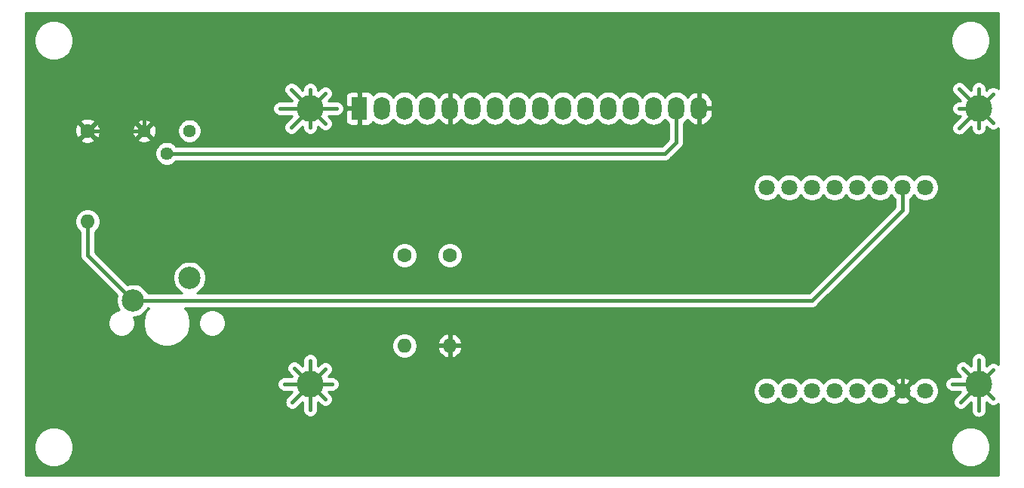
<source format=gbr>
%TF.GenerationSoftware,KiCad,Pcbnew,(5.1.10)-1*%
%TF.CreationDate,2021-11-07T19:57:30+01:00*%
%TF.ProjectId,bussData,62757373-4461-4746-912e-6b696361645f,rev?*%
%TF.SameCoordinates,Original*%
%TF.FileFunction,Copper,L2,Bot*%
%TF.FilePolarity,Positive*%
%FSLAX46Y46*%
G04 Gerber Fmt 4.6, Leading zero omitted, Abs format (unit mm)*
G04 Created by KiCad (PCBNEW (5.1.10)-1) date 2021-11-07 19:57:30*
%MOMM*%
%LPD*%
G01*
G04 APERTURE LIST*
%TA.AperFunction,ComponentPad*%
%ADD10C,1.800000*%
%TD*%
%TA.AperFunction,ComponentPad*%
%ADD11C,3.000000*%
%TD*%
%TA.AperFunction,ComponentPad*%
%ADD12O,1.800000X2.600000*%
%TD*%
%TA.AperFunction,ComponentPad*%
%ADD13R,1.800000X2.600000*%
%TD*%
%TA.AperFunction,ComponentPad*%
%ADD14O,1.600000X1.600000*%
%TD*%
%TA.AperFunction,ComponentPad*%
%ADD15C,1.600000*%
%TD*%
%TA.AperFunction,ComponentPad*%
%ADD16C,1.440000*%
%TD*%
%TA.AperFunction,ComponentPad*%
%ADD17C,2.500000*%
%TD*%
%TA.AperFunction,Conductor*%
%ADD18C,0.400000*%
%TD*%
%TA.AperFunction,Conductor*%
%ADD19C,0.254000*%
%TD*%
%TA.AperFunction,Conductor*%
%ADD20C,0.100000*%
%TD*%
G04 APERTURE END LIST*
D10*
%TO.P,esp8266 D1 Wemos mini,9*%
%TO.N,Net-(esp8266-Pad9)*%
X161290000Y-74930000D03*
%TO.P,esp8266 D1 Wemos mini,10*%
%TO.N,Net-(esp8266-Pad10)*%
X163830000Y-74930000D03*
%TO.P,esp8266 D1 Wemos mini,11*%
%TO.N,Net-(esp8266-Pad11)*%
X166370000Y-74930000D03*
%TO.P,esp8266 D1 Wemos mini,12*%
%TO.N,Net-(LCD1-Pad11)*%
X168910000Y-74930000D03*
%TO.P,esp8266 D1 Wemos mini,13*%
%TO.N,Net-(LCD1-Pad6)*%
X171450000Y-74930000D03*
%TO.P,esp8266 D1 Wemos mini,14*%
%TO.N,Net-(LCD1-Pad4)*%
X173990000Y-74930000D03*
%TO.P,esp8266 D1 Wemos mini,15*%
%TO.N,Net-(R_btn1-Pad2)*%
X176530000Y-74930000D03*
%TO.P,esp8266 D1 Wemos mini,16*%
%TO.N,Net-(esp8266-Pad16)*%
X179070000Y-74930000D03*
%TO.P,esp8266 D1 Wemos mini,1*%
%TO.N,Net-(DIM1-Pad3)*%
X179070000Y-97790000D03*
%TO.P,esp8266 D1 Wemos mini,2*%
%TO.N,Net-(DIM1-Pad1)*%
X176530000Y-97790000D03*
%TO.P,esp8266 D1 Wemos mini,3*%
%TO.N,Net-(esp8266-Pad3)*%
X173990000Y-97790000D03*
%TO.P,esp8266 D1 Wemos mini,4*%
%TO.N,Net-(LCD1-Pad14)*%
X171450000Y-97790000D03*
%TO.P,esp8266 D1 Wemos mini,5*%
%TO.N,Net-(LCD1-Pad13)*%
X168910000Y-97790000D03*
%TO.P,esp8266 D1 Wemos mini,6*%
%TO.N,Net-(LCD1-Pad12)*%
X166370000Y-97790000D03*
%TO.P,esp8266 D1 Wemos mini,7*%
%TO.N,Net-(esp8266-Pad7)*%
X163830000Y-97790000D03*
%TO.P,esp8266 D1 Wemos mini,8*%
%TO.N,Net-(esp8266-Pad8)*%
X161290000Y-97790000D03*
%TD*%
D11*
%TO.P,LCD1,*%
%TO.N,*%
X185070000Y-66040000D03*
X185069480Y-97040700D03*
X110070900Y-97040700D03*
X110070900Y-66040000D03*
D12*
%TO.P,LCD1,16*%
%TO.N,Net-(DIM1-Pad1)*%
X153670000Y-66040000D03*
%TO.P,LCD1,15*%
%TO.N,Net-(DIM1-Pad2)*%
X151130000Y-66040000D03*
%TO.P,LCD1,14*%
%TO.N,Net-(LCD1-Pad14)*%
X148590000Y-66040000D03*
%TO.P,LCD1,13*%
%TO.N,Net-(LCD1-Pad13)*%
X146050000Y-66040000D03*
%TO.P,LCD1,12*%
%TO.N,Net-(LCD1-Pad12)*%
X143510000Y-66040000D03*
%TO.P,LCD1,11*%
%TO.N,Net-(LCD1-Pad11)*%
X140970000Y-66040000D03*
%TO.P,LCD1,10*%
%TO.N,Net-(LCD1-Pad10)*%
X138430000Y-66040000D03*
%TO.P,LCD1,9*%
%TO.N,Net-(LCD1-Pad9)*%
X135890000Y-66040000D03*
%TO.P,LCD1,8*%
%TO.N,Net-(LCD1-Pad8)*%
X133350000Y-66040000D03*
%TO.P,LCD1,7*%
%TO.N,Net-(LCD1-Pad7)*%
X130810000Y-66040000D03*
%TO.P,LCD1,6*%
%TO.N,Net-(LCD1-Pad6)*%
X128270000Y-66040000D03*
%TO.P,LCD1,5*%
%TO.N,Net-(DIM1-Pad1)*%
X125730000Y-66040000D03*
%TO.P,LCD1,4*%
%TO.N,Net-(LCD1-Pad4)*%
X123190000Y-66040000D03*
%TO.P,LCD1,3*%
%TO.N,Net-(GND1-Pad1)*%
X120650000Y-66040000D03*
%TO.P,LCD1,2*%
%TO.N,Net-(DIM1-Pad3)*%
X118110000Y-66040000D03*
D13*
%TO.P,LCD1,1*%
%TO.N,Net-(DIM1-Pad1)*%
X115570000Y-66040000D03*
%TD*%
D14*
%TO.P,R_VDD,2*%
%TO.N,Net-(DIM1-Pad3)*%
X120650000Y-92710000D03*
D15*
%TO.P,R_VDD,1*%
%TO.N,Net-(GND1-Pad1)*%
X120650000Y-82550000D03*
%TD*%
D14*
%TO.P,R_BTN,2*%
%TO.N,Net-(R_btn1-Pad2)*%
X85090000Y-78740000D03*
D15*
%TO.P,R_BTN,1*%
%TO.N,Net-(DIM1-Pad1)*%
X85090000Y-68580000D03*
%TD*%
D14*
%TO.P,R_GND,2*%
%TO.N,Net-(DIM1-Pad1)*%
X125730000Y-92710000D03*
D15*
%TO.P,R_GND,1*%
%TO.N,Net-(GND1-Pad1)*%
X125730000Y-82550000D03*
%TD*%
D16*
%TO.P,DIM1,1*%
%TO.N,Net-(DIM1-Pad1)*%
X91440000Y-68580000D03*
%TO.P,DIM1,2*%
%TO.N,Net-(DIM1-Pad2)*%
X93980000Y-71120000D03*
%TO.P,DIM1,3*%
%TO.N,Net-(DIM1-Pad3)*%
X96520000Y-68580000D03*
%TD*%
D17*
%TO.P,btn1,2*%
%TO.N,Net-(DIM1-Pad3)*%
X96520000Y-85090000D03*
%TO.P,btn1,1*%
%TO.N,Net-(R_btn1-Pad2)*%
X90170000Y-87630000D03*
%TD*%
D18*
%TO.N,*%
X110070900Y-97040700D02*
X112509300Y-97040700D01*
X110070900Y-97040700D02*
X110070900Y-94399100D01*
X110070900Y-97040700D02*
X107200700Y-97040700D01*
X110070900Y-97040700D02*
X110070900Y-99910900D01*
X110070900Y-97040700D02*
X111760000Y-98729800D01*
X110070900Y-97040700D02*
X111760000Y-95351600D01*
X110070900Y-97040700D02*
X108280200Y-95250000D01*
X110070900Y-97040700D02*
X108051600Y-99060000D01*
X185069480Y-97040700D02*
X185069480Y-94330520D01*
X185069480Y-97040700D02*
X185069480Y-99979480D01*
X185069480Y-97040700D02*
X182130700Y-97040700D01*
X185069480Y-97040700D02*
X186690000Y-95420180D01*
X185069480Y-97040700D02*
X183278780Y-95250000D01*
X185069480Y-97040700D02*
X183050180Y-99060000D01*
X185069480Y-97040700D02*
X186690000Y-98661220D01*
X185070000Y-66040000D02*
X182880000Y-66040000D01*
X185070000Y-66040000D02*
X185070000Y-63850000D01*
X185070000Y-66040000D02*
X185070000Y-68230000D01*
X185070000Y-66040000D02*
X185420000Y-66040000D01*
X185070000Y-66040000D02*
X186690000Y-67660000D01*
X185070000Y-66040000D02*
X182880000Y-68230000D01*
X185070000Y-66040000D02*
X182880000Y-63850000D01*
X185070000Y-66040000D02*
X186690000Y-64420000D01*
X111760000Y-66040000D02*
X110070900Y-66040000D01*
X110070900Y-66040000D02*
X113030000Y-66040000D01*
X110070900Y-66040000D02*
X110070900Y-63919100D01*
X110070900Y-66040000D02*
X106680000Y-66040000D01*
X110070900Y-66040000D02*
X110070900Y-68160900D01*
X110070900Y-66040000D02*
X111760000Y-67729100D01*
X110070900Y-66040000D02*
X111760000Y-64350900D01*
X110070900Y-66040000D02*
X107950000Y-63919100D01*
X110070900Y-66040000D02*
X107950000Y-68160900D01*
%TO.N,Net-(DIM1-Pad2)*%
X93980000Y-71120000D02*
X149860000Y-71120000D01*
X151130000Y-69850000D02*
X151130000Y-66040000D01*
X149860000Y-71120000D02*
X151130000Y-69850000D01*
%TO.N,Net-(DIM1-Pad1)*%
X176530000Y-97790000D02*
X172720000Y-101600000D01*
X172720000Y-101600000D02*
X134620000Y-101600000D01*
X134620000Y-101600000D02*
X130810000Y-101600000D01*
X125730000Y-96520000D02*
X130810000Y-101600000D01*
X125730000Y-92710000D02*
X125730000Y-96520000D01*
X176530000Y-97790000D02*
X176530000Y-91440000D01*
X176530000Y-91440000D02*
X182880000Y-85090000D01*
X182880000Y-85090000D02*
X182880000Y-74930000D01*
X173990000Y-66040000D02*
X153670000Y-66040000D01*
X182880000Y-74930000D02*
X173990000Y-66040000D01*
X115570000Y-66040000D02*
X115570000Y-63500000D01*
X115570000Y-63500000D02*
X114300000Y-62230000D01*
X114300000Y-62230000D02*
X95250000Y-62230000D01*
X95250000Y-62230000D02*
X91440000Y-66040000D01*
X91440000Y-68580000D02*
X91440000Y-66040000D01*
X91440000Y-68580000D02*
X85090000Y-68580000D01*
X125730000Y-66040000D02*
X125730000Y-63500000D01*
X125730000Y-63500000D02*
X124460000Y-62230000D01*
X124460000Y-62230000D02*
X114300000Y-62230000D01*
X153670000Y-63500000D02*
X153670000Y-66040000D01*
X152400000Y-62230000D02*
X153670000Y-63500000D01*
X124460000Y-62230000D02*
X152400000Y-62230000D01*
%TO.N,Net-(R_btn1-Pad2)*%
X85090000Y-82550000D02*
X90170000Y-87630000D01*
X85090000Y-78740000D02*
X85090000Y-82550000D01*
X176530000Y-77470000D02*
X176530000Y-74930000D01*
X166370000Y-87630000D02*
X176530000Y-77470000D01*
X90170000Y-87630000D02*
X166370000Y-87630000D01*
%TD*%
D19*
%TO.N,Net-(DIM1-Pad1)*%
X187300001Y-57117581D02*
X187300001Y-63847072D01*
X187283290Y-63826710D01*
X187156145Y-63722364D01*
X187011086Y-63644828D01*
X186853688Y-63597082D01*
X186690000Y-63580960D01*
X186526311Y-63597082D01*
X186368913Y-63644828D01*
X186223854Y-63722364D01*
X186128570Y-63800562D01*
X185905000Y-64024132D01*
X185905000Y-63808981D01*
X185892918Y-63686311D01*
X185845172Y-63528913D01*
X185767636Y-63383854D01*
X185663291Y-63256709D01*
X185536146Y-63152364D01*
X185391087Y-63074828D01*
X185233689Y-63027082D01*
X185070000Y-63010960D01*
X184906312Y-63027082D01*
X184748914Y-63074828D01*
X184603855Y-63152364D01*
X184476710Y-63256709D01*
X184372365Y-63383854D01*
X184294829Y-63528913D01*
X184247083Y-63686311D01*
X184235001Y-63808981D01*
X184235001Y-64024133D01*
X183441429Y-63230562D01*
X183346145Y-63152364D01*
X183201086Y-63074828D01*
X183043688Y-63027082D01*
X182880000Y-63010960D01*
X182716312Y-63027082D01*
X182558914Y-63074828D01*
X182413855Y-63152364D01*
X182286710Y-63256710D01*
X182182364Y-63383855D01*
X182104828Y-63528914D01*
X182057082Y-63686312D01*
X182040960Y-63850000D01*
X182057082Y-64013688D01*
X182104828Y-64171086D01*
X182182364Y-64316145D01*
X182260562Y-64411429D01*
X183054132Y-65205000D01*
X182838981Y-65205000D01*
X182716311Y-65217082D01*
X182558913Y-65264828D01*
X182413854Y-65342364D01*
X182286709Y-65446709D01*
X182182364Y-65573854D01*
X182104828Y-65718913D01*
X182057082Y-65876311D01*
X182040960Y-66040000D01*
X182057082Y-66203689D01*
X182104828Y-66361087D01*
X182182364Y-66506146D01*
X182286709Y-66633291D01*
X182413854Y-66737636D01*
X182558913Y-66815172D01*
X182716311Y-66862918D01*
X182838981Y-66875000D01*
X183054132Y-66875000D01*
X182260562Y-67668571D01*
X182182364Y-67763855D01*
X182104828Y-67908914D01*
X182057082Y-68066312D01*
X182040960Y-68230000D01*
X182057082Y-68393688D01*
X182104828Y-68551086D01*
X182182364Y-68696145D01*
X182286710Y-68823290D01*
X182413855Y-68927636D01*
X182558914Y-69005172D01*
X182716312Y-69052918D01*
X182880000Y-69069040D01*
X183043688Y-69052918D01*
X183201086Y-69005172D01*
X183346145Y-68927636D01*
X183441429Y-68849438D01*
X184235001Y-68055867D01*
X184235001Y-68271019D01*
X184247083Y-68393689D01*
X184294829Y-68551087D01*
X184372365Y-68696146D01*
X184476710Y-68823291D01*
X184603855Y-68927636D01*
X184748914Y-69005172D01*
X184906312Y-69052918D01*
X185070000Y-69069040D01*
X185233689Y-69052918D01*
X185391087Y-69005172D01*
X185536146Y-68927636D01*
X185663291Y-68823291D01*
X185767636Y-68696146D01*
X185845172Y-68551087D01*
X185892918Y-68393689D01*
X185905000Y-68271019D01*
X185905000Y-68055868D01*
X186128570Y-68279438D01*
X186223854Y-68357636D01*
X186368913Y-68435172D01*
X186526311Y-68482918D01*
X186690000Y-68499040D01*
X186853688Y-68482918D01*
X187011086Y-68435172D01*
X187156145Y-68357636D01*
X187283290Y-68253290D01*
X187300001Y-68232928D01*
X187300000Y-94847251D01*
X187283290Y-94826890D01*
X187156145Y-94722544D01*
X187011086Y-94645009D01*
X186853687Y-94597263D01*
X186689999Y-94581141D01*
X186526311Y-94597263D01*
X186368913Y-94645009D01*
X186223854Y-94722544D01*
X186128570Y-94800742D01*
X185904480Y-95024832D01*
X185904480Y-94289501D01*
X185892398Y-94166831D01*
X185844652Y-94009433D01*
X185767116Y-93864374D01*
X185662771Y-93737229D01*
X185535626Y-93632884D01*
X185390567Y-93555348D01*
X185233169Y-93507602D01*
X185069480Y-93491480D01*
X184905792Y-93507602D01*
X184748394Y-93555348D01*
X184603335Y-93632884D01*
X184476190Y-93737229D01*
X184371845Y-93864374D01*
X184294309Y-94009433D01*
X184246563Y-94166831D01*
X184234481Y-94289501D01*
X184234481Y-95024834D01*
X183840209Y-94630562D01*
X183744925Y-94552364D01*
X183599866Y-94474828D01*
X183442468Y-94427082D01*
X183278780Y-94410960D01*
X183115092Y-94427082D01*
X182957694Y-94474828D01*
X182812635Y-94552364D01*
X182685490Y-94656710D01*
X182581144Y-94783855D01*
X182503608Y-94928914D01*
X182455862Y-95086312D01*
X182439740Y-95250000D01*
X182455862Y-95413688D01*
X182503608Y-95571086D01*
X182581144Y-95716145D01*
X182659342Y-95811429D01*
X183053613Y-96205700D01*
X182089681Y-96205700D01*
X181967011Y-96217782D01*
X181809613Y-96265528D01*
X181664554Y-96343064D01*
X181537409Y-96447409D01*
X181433064Y-96574554D01*
X181355528Y-96719613D01*
X181307782Y-96877011D01*
X181291660Y-97040700D01*
X181307782Y-97204389D01*
X181355528Y-97361787D01*
X181433064Y-97506846D01*
X181537409Y-97633991D01*
X181664554Y-97738336D01*
X181809613Y-97815872D01*
X181967011Y-97863618D01*
X182089681Y-97875700D01*
X183053613Y-97875700D01*
X182430742Y-98498571D01*
X182352544Y-98593855D01*
X182275008Y-98738914D01*
X182227262Y-98896312D01*
X182211140Y-99060000D01*
X182227262Y-99223688D01*
X182275008Y-99381086D01*
X182352544Y-99526145D01*
X182456890Y-99653290D01*
X182584035Y-99757636D01*
X182729094Y-99835172D01*
X182886492Y-99882918D01*
X183050180Y-99899040D01*
X183213868Y-99882918D01*
X183371266Y-99835172D01*
X183516325Y-99757636D01*
X183611609Y-99679438D01*
X184234481Y-99056567D01*
X184234481Y-100020499D01*
X184246563Y-100143169D01*
X184294309Y-100300567D01*
X184371845Y-100445626D01*
X184476190Y-100572771D01*
X184603335Y-100677116D01*
X184748394Y-100754652D01*
X184905792Y-100802398D01*
X185069480Y-100818520D01*
X185233169Y-100802398D01*
X185390567Y-100754652D01*
X185535626Y-100677116D01*
X185662771Y-100572771D01*
X185767116Y-100445626D01*
X185844652Y-100300567D01*
X185892398Y-100143169D01*
X185904480Y-100020499D01*
X185904480Y-99056568D01*
X186128570Y-99280658D01*
X186223854Y-99358856D01*
X186368913Y-99436391D01*
X186526311Y-99484137D01*
X186689999Y-99500259D01*
X186853687Y-99484137D01*
X187011086Y-99436391D01*
X187156145Y-99358856D01*
X187283290Y-99254510D01*
X187300000Y-99234149D01*
X187300000Y-105377582D01*
X187300001Y-107290000D01*
X78130000Y-107290000D01*
X78130000Y-103919872D01*
X79045000Y-103919872D01*
X79045000Y-104360128D01*
X79130890Y-104791925D01*
X79299369Y-105198669D01*
X79543962Y-105564729D01*
X79855271Y-105876038D01*
X80221331Y-106120631D01*
X80628075Y-106289110D01*
X81059872Y-106375000D01*
X81500128Y-106375000D01*
X81931925Y-106289110D01*
X82338669Y-106120631D01*
X82704729Y-105876038D01*
X83016038Y-105564729D01*
X83260631Y-105198669D01*
X83429110Y-104791925D01*
X83515000Y-104360128D01*
X83515000Y-103919872D01*
X181915000Y-103919872D01*
X181915000Y-104360128D01*
X182000890Y-104791925D01*
X182169369Y-105198669D01*
X182413962Y-105564729D01*
X182725271Y-105876038D01*
X183091331Y-106120631D01*
X183498075Y-106289110D01*
X183929872Y-106375000D01*
X184370128Y-106375000D01*
X184801925Y-106289110D01*
X185208669Y-106120631D01*
X185574729Y-105876038D01*
X185886038Y-105564729D01*
X186130631Y-105198669D01*
X186299110Y-104791925D01*
X186385000Y-104360128D01*
X186385000Y-103919872D01*
X186299110Y-103488075D01*
X186130631Y-103081331D01*
X185886038Y-102715271D01*
X185574729Y-102403962D01*
X185208669Y-102159369D01*
X184801925Y-101990890D01*
X184370128Y-101905000D01*
X183929872Y-101905000D01*
X183498075Y-101990890D01*
X183091331Y-102159369D01*
X182725271Y-102403962D01*
X182413962Y-102715271D01*
X182169369Y-103081331D01*
X182000890Y-103488075D01*
X181915000Y-103919872D01*
X83515000Y-103919872D01*
X83429110Y-103488075D01*
X83260631Y-103081331D01*
X83016038Y-102715271D01*
X82704729Y-102403962D01*
X82338669Y-102159369D01*
X81931925Y-101990890D01*
X81500128Y-101905000D01*
X81059872Y-101905000D01*
X80628075Y-101990890D01*
X80221331Y-102159369D01*
X79855271Y-102403962D01*
X79543962Y-102715271D01*
X79299369Y-103081331D01*
X79130890Y-103488075D01*
X79045000Y-103919872D01*
X78130000Y-103919872D01*
X78130000Y-97040700D01*
X106361660Y-97040700D01*
X106377782Y-97204389D01*
X106425528Y-97361787D01*
X106503064Y-97506846D01*
X106607409Y-97633991D01*
X106734554Y-97738336D01*
X106879613Y-97815872D01*
X107037011Y-97863618D01*
X107159681Y-97875700D01*
X108055033Y-97875700D01*
X107432162Y-98498571D01*
X107353964Y-98593855D01*
X107276428Y-98738914D01*
X107228682Y-98896312D01*
X107212560Y-99060000D01*
X107228682Y-99223688D01*
X107276428Y-99381086D01*
X107353964Y-99526145D01*
X107458310Y-99653290D01*
X107585455Y-99757636D01*
X107730514Y-99835172D01*
X107887912Y-99882918D01*
X108051600Y-99899040D01*
X108215288Y-99882918D01*
X108372686Y-99835172D01*
X108517745Y-99757636D01*
X108613029Y-99679438D01*
X109235901Y-99056567D01*
X109235901Y-99951919D01*
X109247983Y-100074589D01*
X109295729Y-100231987D01*
X109373265Y-100377046D01*
X109477610Y-100504191D01*
X109604755Y-100608536D01*
X109749814Y-100686072D01*
X109907212Y-100733818D01*
X110070900Y-100749940D01*
X110234589Y-100733818D01*
X110391987Y-100686072D01*
X110537046Y-100608536D01*
X110664191Y-100504191D01*
X110768536Y-100377046D01*
X110846072Y-100231987D01*
X110893818Y-100074589D01*
X110905900Y-99951919D01*
X110905900Y-99056568D01*
X111198570Y-99349238D01*
X111293854Y-99427436D01*
X111438913Y-99504972D01*
X111596311Y-99552718D01*
X111759999Y-99568840D01*
X111923688Y-99552718D01*
X112081086Y-99504972D01*
X112226145Y-99427436D01*
X112353290Y-99323090D01*
X112457636Y-99195945D01*
X112535172Y-99050886D01*
X112582918Y-98893488D01*
X112599040Y-98729799D01*
X112582918Y-98566111D01*
X112535172Y-98408713D01*
X112457636Y-98263654D01*
X112379438Y-98168370D01*
X112086768Y-97875700D01*
X112550319Y-97875700D01*
X112672989Y-97863618D01*
X112830387Y-97815872D01*
X112975446Y-97738336D01*
X113096711Y-97638816D01*
X159755000Y-97638816D01*
X159755000Y-97941184D01*
X159813989Y-98237743D01*
X159929701Y-98517095D01*
X160097688Y-98768505D01*
X160311495Y-98982312D01*
X160562905Y-99150299D01*
X160842257Y-99266011D01*
X161138816Y-99325000D01*
X161441184Y-99325000D01*
X161737743Y-99266011D01*
X162017095Y-99150299D01*
X162268505Y-98982312D01*
X162482312Y-98768505D01*
X162560000Y-98652237D01*
X162637688Y-98768505D01*
X162851495Y-98982312D01*
X163102905Y-99150299D01*
X163382257Y-99266011D01*
X163678816Y-99325000D01*
X163981184Y-99325000D01*
X164277743Y-99266011D01*
X164557095Y-99150299D01*
X164808505Y-98982312D01*
X165022312Y-98768505D01*
X165100000Y-98652237D01*
X165177688Y-98768505D01*
X165391495Y-98982312D01*
X165642905Y-99150299D01*
X165922257Y-99266011D01*
X166218816Y-99325000D01*
X166521184Y-99325000D01*
X166817743Y-99266011D01*
X167097095Y-99150299D01*
X167348505Y-98982312D01*
X167562312Y-98768505D01*
X167640000Y-98652237D01*
X167717688Y-98768505D01*
X167931495Y-98982312D01*
X168182905Y-99150299D01*
X168462257Y-99266011D01*
X168758816Y-99325000D01*
X169061184Y-99325000D01*
X169357743Y-99266011D01*
X169637095Y-99150299D01*
X169888505Y-98982312D01*
X170102312Y-98768505D01*
X170180000Y-98652237D01*
X170257688Y-98768505D01*
X170471495Y-98982312D01*
X170722905Y-99150299D01*
X171002257Y-99266011D01*
X171298816Y-99325000D01*
X171601184Y-99325000D01*
X171897743Y-99266011D01*
X172177095Y-99150299D01*
X172428505Y-98982312D01*
X172642312Y-98768505D01*
X172720000Y-98652237D01*
X172797688Y-98768505D01*
X173011495Y-98982312D01*
X173262905Y-99150299D01*
X173542257Y-99266011D01*
X173838816Y-99325000D01*
X174141184Y-99325000D01*
X174437743Y-99266011D01*
X174717095Y-99150299D01*
X174968505Y-98982312D01*
X175096737Y-98854080D01*
X175645525Y-98854080D01*
X175729208Y-99108261D01*
X176001775Y-99239158D01*
X176294642Y-99314365D01*
X176596553Y-99330991D01*
X176895907Y-99288397D01*
X177181199Y-99188222D01*
X177330792Y-99108261D01*
X177414475Y-98854080D01*
X176530000Y-97969605D01*
X175645525Y-98854080D01*
X175096737Y-98854080D01*
X175182312Y-98768505D01*
X175284951Y-98614895D01*
X175465920Y-98674475D01*
X176350395Y-97790000D01*
X176709605Y-97790000D01*
X177594080Y-98674475D01*
X177775049Y-98614895D01*
X177877688Y-98768505D01*
X178091495Y-98982312D01*
X178342905Y-99150299D01*
X178622257Y-99266011D01*
X178918816Y-99325000D01*
X179221184Y-99325000D01*
X179517743Y-99266011D01*
X179797095Y-99150299D01*
X180048505Y-98982312D01*
X180262312Y-98768505D01*
X180430299Y-98517095D01*
X180546011Y-98237743D01*
X180605000Y-97941184D01*
X180605000Y-97638816D01*
X180546011Y-97342257D01*
X180430299Y-97062905D01*
X180262312Y-96811495D01*
X180048505Y-96597688D01*
X179797095Y-96429701D01*
X179517743Y-96313989D01*
X179221184Y-96255000D01*
X178918816Y-96255000D01*
X178622257Y-96313989D01*
X178342905Y-96429701D01*
X178091495Y-96597688D01*
X177877688Y-96811495D01*
X177775049Y-96965105D01*
X177594080Y-96905525D01*
X176709605Y-97790000D01*
X176350395Y-97790000D01*
X175465920Y-96905525D01*
X175284951Y-96965105D01*
X175182312Y-96811495D01*
X175096737Y-96725920D01*
X175645525Y-96725920D01*
X176530000Y-97610395D01*
X177414475Y-96725920D01*
X177330792Y-96471739D01*
X177058225Y-96340842D01*
X176765358Y-96265635D01*
X176463447Y-96249009D01*
X176164093Y-96291603D01*
X175878801Y-96391778D01*
X175729208Y-96471739D01*
X175645525Y-96725920D01*
X175096737Y-96725920D01*
X174968505Y-96597688D01*
X174717095Y-96429701D01*
X174437743Y-96313989D01*
X174141184Y-96255000D01*
X173838816Y-96255000D01*
X173542257Y-96313989D01*
X173262905Y-96429701D01*
X173011495Y-96597688D01*
X172797688Y-96811495D01*
X172720000Y-96927763D01*
X172642312Y-96811495D01*
X172428505Y-96597688D01*
X172177095Y-96429701D01*
X171897743Y-96313989D01*
X171601184Y-96255000D01*
X171298816Y-96255000D01*
X171002257Y-96313989D01*
X170722905Y-96429701D01*
X170471495Y-96597688D01*
X170257688Y-96811495D01*
X170180000Y-96927763D01*
X170102312Y-96811495D01*
X169888505Y-96597688D01*
X169637095Y-96429701D01*
X169357743Y-96313989D01*
X169061184Y-96255000D01*
X168758816Y-96255000D01*
X168462257Y-96313989D01*
X168182905Y-96429701D01*
X167931495Y-96597688D01*
X167717688Y-96811495D01*
X167640000Y-96927763D01*
X167562312Y-96811495D01*
X167348505Y-96597688D01*
X167097095Y-96429701D01*
X166817743Y-96313989D01*
X166521184Y-96255000D01*
X166218816Y-96255000D01*
X165922257Y-96313989D01*
X165642905Y-96429701D01*
X165391495Y-96597688D01*
X165177688Y-96811495D01*
X165100000Y-96927763D01*
X165022312Y-96811495D01*
X164808505Y-96597688D01*
X164557095Y-96429701D01*
X164277743Y-96313989D01*
X163981184Y-96255000D01*
X163678816Y-96255000D01*
X163382257Y-96313989D01*
X163102905Y-96429701D01*
X162851495Y-96597688D01*
X162637688Y-96811495D01*
X162560000Y-96927763D01*
X162482312Y-96811495D01*
X162268505Y-96597688D01*
X162017095Y-96429701D01*
X161737743Y-96313989D01*
X161441184Y-96255000D01*
X161138816Y-96255000D01*
X160842257Y-96313989D01*
X160562905Y-96429701D01*
X160311495Y-96597688D01*
X160097688Y-96811495D01*
X159929701Y-97062905D01*
X159813989Y-97342257D01*
X159755000Y-97638816D01*
X113096711Y-97638816D01*
X113102591Y-97633991D01*
X113206936Y-97506846D01*
X113284472Y-97361787D01*
X113332218Y-97204389D01*
X113348340Y-97040700D01*
X113332218Y-96877011D01*
X113284472Y-96719613D01*
X113206936Y-96574554D01*
X113102591Y-96447409D01*
X112975446Y-96343064D01*
X112830387Y-96265528D01*
X112672989Y-96217782D01*
X112550319Y-96205700D01*
X112086768Y-96205700D01*
X112379438Y-95913030D01*
X112457636Y-95817746D01*
X112535172Y-95672687D01*
X112582918Y-95515289D01*
X112599040Y-95351601D01*
X112582918Y-95187912D01*
X112535172Y-95030514D01*
X112457636Y-94885455D01*
X112353290Y-94758310D01*
X112226145Y-94653964D01*
X112081086Y-94576428D01*
X111923688Y-94528682D01*
X111759999Y-94512560D01*
X111596311Y-94528682D01*
X111438913Y-94576428D01*
X111293854Y-94653964D01*
X111198570Y-94732162D01*
X110905900Y-95024832D01*
X110905900Y-94358081D01*
X110893818Y-94235411D01*
X110846072Y-94078013D01*
X110768536Y-93932954D01*
X110664191Y-93805809D01*
X110537046Y-93701464D01*
X110391987Y-93623928D01*
X110234589Y-93576182D01*
X110070900Y-93560060D01*
X109907212Y-93576182D01*
X109749814Y-93623928D01*
X109604755Y-93701464D01*
X109477610Y-93805809D01*
X109373265Y-93932954D01*
X109295729Y-94078013D01*
X109247983Y-94235411D01*
X109235901Y-94358081D01*
X109235901Y-95024834D01*
X108841629Y-94630562D01*
X108746345Y-94552364D01*
X108601286Y-94474828D01*
X108443888Y-94427082D01*
X108280200Y-94410960D01*
X108116512Y-94427082D01*
X107959114Y-94474828D01*
X107814055Y-94552364D01*
X107686910Y-94656710D01*
X107582564Y-94783855D01*
X107505028Y-94928914D01*
X107457282Y-95086312D01*
X107441160Y-95250000D01*
X107457282Y-95413688D01*
X107505028Y-95571086D01*
X107582564Y-95716145D01*
X107660762Y-95811429D01*
X108055033Y-96205700D01*
X107159681Y-96205700D01*
X107037011Y-96217782D01*
X106879613Y-96265528D01*
X106734554Y-96343064D01*
X106607409Y-96447409D01*
X106503064Y-96574554D01*
X106425528Y-96719613D01*
X106377782Y-96877011D01*
X106361660Y-97040700D01*
X78130000Y-97040700D01*
X78130000Y-78598665D01*
X83655000Y-78598665D01*
X83655000Y-78881335D01*
X83710147Y-79158574D01*
X83818320Y-79419727D01*
X83975363Y-79654759D01*
X84175241Y-79854637D01*
X84255000Y-79907930D01*
X84255001Y-82508972D01*
X84250960Y-82550000D01*
X84267082Y-82713688D01*
X84314828Y-82871086D01*
X84314829Y-82871087D01*
X84392365Y-83016146D01*
X84496710Y-83143291D01*
X84528574Y-83169441D01*
X88381415Y-87022283D01*
X88357439Y-87080166D01*
X88285000Y-87444344D01*
X88285000Y-87815656D01*
X88357439Y-88179834D01*
X88499534Y-88522882D01*
X88609939Y-88688114D01*
X88459549Y-88718029D01*
X88184747Y-88831856D01*
X87937431Y-88997107D01*
X87727107Y-89207431D01*
X87561856Y-89454747D01*
X87448029Y-89729549D01*
X87390000Y-90021278D01*
X87390000Y-90318722D01*
X87448029Y-90610451D01*
X87561856Y-90885253D01*
X87727107Y-91132569D01*
X87937431Y-91342893D01*
X88184747Y-91508144D01*
X88459549Y-91621971D01*
X88751278Y-91680000D01*
X89048722Y-91680000D01*
X89340451Y-91621971D01*
X89615253Y-91508144D01*
X89862569Y-91342893D01*
X90072893Y-91132569D01*
X90238144Y-90885253D01*
X90351971Y-90610451D01*
X90410000Y-90318722D01*
X90410000Y-90021278D01*
X90351971Y-89729549D01*
X90263102Y-89515000D01*
X90355656Y-89515000D01*
X90719834Y-89442561D01*
X91062882Y-89300466D01*
X91371618Y-89094175D01*
X91634175Y-88831618D01*
X91840466Y-88522882D01*
X91864441Y-88465000D01*
X91958547Y-88465000D01*
X91933262Y-88490285D01*
X91644893Y-88921859D01*
X91446261Y-89401399D01*
X91345000Y-89910475D01*
X91345000Y-90429525D01*
X91446261Y-90938601D01*
X91644893Y-91418141D01*
X91933262Y-91849715D01*
X92300285Y-92216738D01*
X92731859Y-92505107D01*
X93211399Y-92703739D01*
X93720475Y-92805000D01*
X94239525Y-92805000D01*
X94748601Y-92703739D01*
X95074698Y-92568665D01*
X119215000Y-92568665D01*
X119215000Y-92851335D01*
X119270147Y-93128574D01*
X119378320Y-93389727D01*
X119535363Y-93624759D01*
X119735241Y-93824637D01*
X119970273Y-93981680D01*
X120231426Y-94089853D01*
X120508665Y-94145000D01*
X120791335Y-94145000D01*
X121068574Y-94089853D01*
X121329727Y-93981680D01*
X121564759Y-93824637D01*
X121764637Y-93624759D01*
X121921680Y-93389727D01*
X122029853Y-93128574D01*
X122043684Y-93059040D01*
X124338091Y-93059040D01*
X124432930Y-93323881D01*
X124577615Y-93565131D01*
X124766586Y-93773519D01*
X124992580Y-93941037D01*
X125246913Y-94061246D01*
X125380961Y-94101904D01*
X125603000Y-93979915D01*
X125603000Y-92837000D01*
X125857000Y-92837000D01*
X125857000Y-93979915D01*
X126079039Y-94101904D01*
X126213087Y-94061246D01*
X126467420Y-93941037D01*
X126693414Y-93773519D01*
X126882385Y-93565131D01*
X127027070Y-93323881D01*
X127121909Y-93059040D01*
X127000624Y-92837000D01*
X125857000Y-92837000D01*
X125603000Y-92837000D01*
X124459376Y-92837000D01*
X124338091Y-93059040D01*
X122043684Y-93059040D01*
X122085000Y-92851335D01*
X122085000Y-92568665D01*
X122043685Y-92360960D01*
X124338091Y-92360960D01*
X124459376Y-92583000D01*
X125603000Y-92583000D01*
X125603000Y-91440085D01*
X125857000Y-91440085D01*
X125857000Y-92583000D01*
X127000624Y-92583000D01*
X127121909Y-92360960D01*
X127027070Y-92096119D01*
X126882385Y-91854869D01*
X126693414Y-91646481D01*
X126467420Y-91478963D01*
X126213087Y-91358754D01*
X126079039Y-91318096D01*
X125857000Y-91440085D01*
X125603000Y-91440085D01*
X125380961Y-91318096D01*
X125246913Y-91358754D01*
X124992580Y-91478963D01*
X124766586Y-91646481D01*
X124577615Y-91854869D01*
X124432930Y-92096119D01*
X124338091Y-92360960D01*
X122043685Y-92360960D01*
X122029853Y-92291426D01*
X121921680Y-92030273D01*
X121764637Y-91795241D01*
X121564759Y-91595363D01*
X121329727Y-91438320D01*
X121068574Y-91330147D01*
X120791335Y-91275000D01*
X120508665Y-91275000D01*
X120231426Y-91330147D01*
X119970273Y-91438320D01*
X119735241Y-91595363D01*
X119535363Y-91795241D01*
X119378320Y-92030273D01*
X119270147Y-92291426D01*
X119215000Y-92568665D01*
X95074698Y-92568665D01*
X95228141Y-92505107D01*
X95659715Y-92216738D01*
X96026738Y-91849715D01*
X96315107Y-91418141D01*
X96513739Y-90938601D01*
X96615000Y-90429525D01*
X96615000Y-90021278D01*
X97550000Y-90021278D01*
X97550000Y-90318722D01*
X97608029Y-90610451D01*
X97721856Y-90885253D01*
X97887107Y-91132569D01*
X98097431Y-91342893D01*
X98344747Y-91508144D01*
X98619549Y-91621971D01*
X98911278Y-91680000D01*
X99208722Y-91680000D01*
X99500451Y-91621971D01*
X99775253Y-91508144D01*
X100022569Y-91342893D01*
X100232893Y-91132569D01*
X100398144Y-90885253D01*
X100511971Y-90610451D01*
X100570000Y-90318722D01*
X100570000Y-90021278D01*
X100511971Y-89729549D01*
X100398144Y-89454747D01*
X100232893Y-89207431D01*
X100022569Y-88997107D01*
X99775253Y-88831856D01*
X99500451Y-88718029D01*
X99208722Y-88660000D01*
X98911278Y-88660000D01*
X98619549Y-88718029D01*
X98344747Y-88831856D01*
X98097431Y-88997107D01*
X97887107Y-89207431D01*
X97721856Y-89454747D01*
X97608029Y-89729549D01*
X97550000Y-90021278D01*
X96615000Y-90021278D01*
X96615000Y-89910475D01*
X96513739Y-89401399D01*
X96315107Y-88921859D01*
X96026738Y-88490285D01*
X96001453Y-88465000D01*
X166328982Y-88465000D01*
X166370000Y-88469040D01*
X166411018Y-88465000D01*
X166411019Y-88465000D01*
X166533689Y-88452918D01*
X166691087Y-88405172D01*
X166836146Y-88327636D01*
X166963291Y-88223291D01*
X166989446Y-88191421D01*
X177091433Y-78089436D01*
X177123291Y-78063291D01*
X177227636Y-77936146D01*
X177305172Y-77791087D01*
X177352918Y-77633689D01*
X177365000Y-77511019D01*
X177365000Y-77511018D01*
X177369040Y-77470000D01*
X177365000Y-77428982D01*
X177365000Y-76218199D01*
X177508505Y-76122312D01*
X177722312Y-75908505D01*
X177800000Y-75792237D01*
X177877688Y-75908505D01*
X178091495Y-76122312D01*
X178342905Y-76290299D01*
X178622257Y-76406011D01*
X178918816Y-76465000D01*
X179221184Y-76465000D01*
X179517743Y-76406011D01*
X179797095Y-76290299D01*
X180048505Y-76122312D01*
X180262312Y-75908505D01*
X180430299Y-75657095D01*
X180546011Y-75377743D01*
X180605000Y-75081184D01*
X180605000Y-74778816D01*
X180546011Y-74482257D01*
X180430299Y-74202905D01*
X180262312Y-73951495D01*
X180048505Y-73737688D01*
X179797095Y-73569701D01*
X179517743Y-73453989D01*
X179221184Y-73395000D01*
X178918816Y-73395000D01*
X178622257Y-73453989D01*
X178342905Y-73569701D01*
X178091495Y-73737688D01*
X177877688Y-73951495D01*
X177800000Y-74067763D01*
X177722312Y-73951495D01*
X177508505Y-73737688D01*
X177257095Y-73569701D01*
X176977743Y-73453989D01*
X176681184Y-73395000D01*
X176378816Y-73395000D01*
X176082257Y-73453989D01*
X175802905Y-73569701D01*
X175551495Y-73737688D01*
X175337688Y-73951495D01*
X175260000Y-74067763D01*
X175182312Y-73951495D01*
X174968505Y-73737688D01*
X174717095Y-73569701D01*
X174437743Y-73453989D01*
X174141184Y-73395000D01*
X173838816Y-73395000D01*
X173542257Y-73453989D01*
X173262905Y-73569701D01*
X173011495Y-73737688D01*
X172797688Y-73951495D01*
X172720000Y-74067763D01*
X172642312Y-73951495D01*
X172428505Y-73737688D01*
X172177095Y-73569701D01*
X171897743Y-73453989D01*
X171601184Y-73395000D01*
X171298816Y-73395000D01*
X171002257Y-73453989D01*
X170722905Y-73569701D01*
X170471495Y-73737688D01*
X170257688Y-73951495D01*
X170180000Y-74067763D01*
X170102312Y-73951495D01*
X169888505Y-73737688D01*
X169637095Y-73569701D01*
X169357743Y-73453989D01*
X169061184Y-73395000D01*
X168758816Y-73395000D01*
X168462257Y-73453989D01*
X168182905Y-73569701D01*
X167931495Y-73737688D01*
X167717688Y-73951495D01*
X167640000Y-74067763D01*
X167562312Y-73951495D01*
X167348505Y-73737688D01*
X167097095Y-73569701D01*
X166817743Y-73453989D01*
X166521184Y-73395000D01*
X166218816Y-73395000D01*
X165922257Y-73453989D01*
X165642905Y-73569701D01*
X165391495Y-73737688D01*
X165177688Y-73951495D01*
X165100000Y-74067763D01*
X165022312Y-73951495D01*
X164808505Y-73737688D01*
X164557095Y-73569701D01*
X164277743Y-73453989D01*
X163981184Y-73395000D01*
X163678816Y-73395000D01*
X163382257Y-73453989D01*
X163102905Y-73569701D01*
X162851495Y-73737688D01*
X162637688Y-73951495D01*
X162560000Y-74067763D01*
X162482312Y-73951495D01*
X162268505Y-73737688D01*
X162017095Y-73569701D01*
X161737743Y-73453989D01*
X161441184Y-73395000D01*
X161138816Y-73395000D01*
X160842257Y-73453989D01*
X160562905Y-73569701D01*
X160311495Y-73737688D01*
X160097688Y-73951495D01*
X159929701Y-74202905D01*
X159813989Y-74482257D01*
X159755000Y-74778816D01*
X159755000Y-75081184D01*
X159813989Y-75377743D01*
X159929701Y-75657095D01*
X160097688Y-75908505D01*
X160311495Y-76122312D01*
X160562905Y-76290299D01*
X160842257Y-76406011D01*
X161138816Y-76465000D01*
X161441184Y-76465000D01*
X161737743Y-76406011D01*
X162017095Y-76290299D01*
X162268505Y-76122312D01*
X162482312Y-75908505D01*
X162560000Y-75792237D01*
X162637688Y-75908505D01*
X162851495Y-76122312D01*
X163102905Y-76290299D01*
X163382257Y-76406011D01*
X163678816Y-76465000D01*
X163981184Y-76465000D01*
X164277743Y-76406011D01*
X164557095Y-76290299D01*
X164808505Y-76122312D01*
X165022312Y-75908505D01*
X165100000Y-75792237D01*
X165177688Y-75908505D01*
X165391495Y-76122312D01*
X165642905Y-76290299D01*
X165922257Y-76406011D01*
X166218816Y-76465000D01*
X166521184Y-76465000D01*
X166817743Y-76406011D01*
X167097095Y-76290299D01*
X167348505Y-76122312D01*
X167562312Y-75908505D01*
X167640000Y-75792237D01*
X167717688Y-75908505D01*
X167931495Y-76122312D01*
X168182905Y-76290299D01*
X168462257Y-76406011D01*
X168758816Y-76465000D01*
X169061184Y-76465000D01*
X169357743Y-76406011D01*
X169637095Y-76290299D01*
X169888505Y-76122312D01*
X170102312Y-75908505D01*
X170180000Y-75792237D01*
X170257688Y-75908505D01*
X170471495Y-76122312D01*
X170722905Y-76290299D01*
X171002257Y-76406011D01*
X171298816Y-76465000D01*
X171601184Y-76465000D01*
X171897743Y-76406011D01*
X172177095Y-76290299D01*
X172428505Y-76122312D01*
X172642312Y-75908505D01*
X172720000Y-75792237D01*
X172797688Y-75908505D01*
X173011495Y-76122312D01*
X173262905Y-76290299D01*
X173542257Y-76406011D01*
X173838816Y-76465000D01*
X174141184Y-76465000D01*
X174437743Y-76406011D01*
X174717095Y-76290299D01*
X174968505Y-76122312D01*
X175182312Y-75908505D01*
X175260000Y-75792237D01*
X175337688Y-75908505D01*
X175551495Y-76122312D01*
X175695000Y-76218199D01*
X175695000Y-77124131D01*
X166024133Y-86795000D01*
X97329509Y-86795000D01*
X97412882Y-86760466D01*
X97721618Y-86554175D01*
X97984175Y-86291618D01*
X98190466Y-85982882D01*
X98332561Y-85639834D01*
X98405000Y-85275656D01*
X98405000Y-84904344D01*
X98332561Y-84540166D01*
X98190466Y-84197118D01*
X97984175Y-83888382D01*
X97721618Y-83625825D01*
X97412882Y-83419534D01*
X97069834Y-83277439D01*
X96705656Y-83205000D01*
X96334344Y-83205000D01*
X95970166Y-83277439D01*
X95627118Y-83419534D01*
X95318382Y-83625825D01*
X95055825Y-83888382D01*
X94849534Y-84197118D01*
X94707439Y-84540166D01*
X94635000Y-84904344D01*
X94635000Y-85275656D01*
X94707439Y-85639834D01*
X94849534Y-85982882D01*
X95055825Y-86291618D01*
X95318382Y-86554175D01*
X95627118Y-86760466D01*
X95710491Y-86795000D01*
X91864441Y-86795000D01*
X91840466Y-86737118D01*
X91634175Y-86428382D01*
X91371618Y-86165825D01*
X91062882Y-85959534D01*
X90719834Y-85817439D01*
X90355656Y-85745000D01*
X89984344Y-85745000D01*
X89620166Y-85817439D01*
X89562283Y-85841415D01*
X86129533Y-82408665D01*
X119215000Y-82408665D01*
X119215000Y-82691335D01*
X119270147Y-82968574D01*
X119378320Y-83229727D01*
X119535363Y-83464759D01*
X119735241Y-83664637D01*
X119970273Y-83821680D01*
X120231426Y-83929853D01*
X120508665Y-83985000D01*
X120791335Y-83985000D01*
X121068574Y-83929853D01*
X121329727Y-83821680D01*
X121564759Y-83664637D01*
X121764637Y-83464759D01*
X121921680Y-83229727D01*
X122029853Y-82968574D01*
X122085000Y-82691335D01*
X122085000Y-82408665D01*
X124295000Y-82408665D01*
X124295000Y-82691335D01*
X124350147Y-82968574D01*
X124458320Y-83229727D01*
X124615363Y-83464759D01*
X124815241Y-83664637D01*
X125050273Y-83821680D01*
X125311426Y-83929853D01*
X125588665Y-83985000D01*
X125871335Y-83985000D01*
X126148574Y-83929853D01*
X126409727Y-83821680D01*
X126644759Y-83664637D01*
X126844637Y-83464759D01*
X127001680Y-83229727D01*
X127109853Y-82968574D01*
X127165000Y-82691335D01*
X127165000Y-82408665D01*
X127109853Y-82131426D01*
X127001680Y-81870273D01*
X126844637Y-81635241D01*
X126644759Y-81435363D01*
X126409727Y-81278320D01*
X126148574Y-81170147D01*
X125871335Y-81115000D01*
X125588665Y-81115000D01*
X125311426Y-81170147D01*
X125050273Y-81278320D01*
X124815241Y-81435363D01*
X124615363Y-81635241D01*
X124458320Y-81870273D01*
X124350147Y-82131426D01*
X124295000Y-82408665D01*
X122085000Y-82408665D01*
X122029853Y-82131426D01*
X121921680Y-81870273D01*
X121764637Y-81635241D01*
X121564759Y-81435363D01*
X121329727Y-81278320D01*
X121068574Y-81170147D01*
X120791335Y-81115000D01*
X120508665Y-81115000D01*
X120231426Y-81170147D01*
X119970273Y-81278320D01*
X119735241Y-81435363D01*
X119535363Y-81635241D01*
X119378320Y-81870273D01*
X119270147Y-82131426D01*
X119215000Y-82408665D01*
X86129533Y-82408665D01*
X85925000Y-82204133D01*
X85925000Y-79907930D01*
X86004759Y-79854637D01*
X86204637Y-79654759D01*
X86361680Y-79419727D01*
X86469853Y-79158574D01*
X86525000Y-78881335D01*
X86525000Y-78598665D01*
X86469853Y-78321426D01*
X86361680Y-78060273D01*
X86204637Y-77825241D01*
X86004759Y-77625363D01*
X85769727Y-77468320D01*
X85508574Y-77360147D01*
X85231335Y-77305000D01*
X84948665Y-77305000D01*
X84671426Y-77360147D01*
X84410273Y-77468320D01*
X84175241Y-77625363D01*
X83975363Y-77825241D01*
X83818320Y-78060273D01*
X83710147Y-78321426D01*
X83655000Y-78598665D01*
X78130000Y-78598665D01*
X78130000Y-70986544D01*
X92625000Y-70986544D01*
X92625000Y-71253456D01*
X92677072Y-71515239D01*
X92779215Y-71761833D01*
X92927503Y-71983762D01*
X93116238Y-72172497D01*
X93338167Y-72320785D01*
X93584761Y-72422928D01*
X93846544Y-72475000D01*
X94113456Y-72475000D01*
X94375239Y-72422928D01*
X94621833Y-72320785D01*
X94843762Y-72172497D01*
X95032497Y-71983762D01*
X95051715Y-71955000D01*
X149818982Y-71955000D01*
X149860000Y-71959040D01*
X149901018Y-71955000D01*
X149901019Y-71955000D01*
X150023689Y-71942918D01*
X150181087Y-71895172D01*
X150326146Y-71817636D01*
X150453291Y-71713291D01*
X150479446Y-71681421D01*
X151691428Y-70469440D01*
X151723291Y-70443291D01*
X151827636Y-70316146D01*
X151905172Y-70171087D01*
X151952918Y-70013689D01*
X151965000Y-69891019D01*
X151965000Y-69891017D01*
X151969040Y-69850001D01*
X151965000Y-69808985D01*
X151965000Y-67734201D01*
X151986927Y-67722481D01*
X152220661Y-67530661D01*
X152404781Y-67306309D01*
X152464252Y-67398396D01*
X152674394Y-67615210D01*
X152922796Y-67786862D01*
X153199913Y-67906755D01*
X153305260Y-67931036D01*
X153543000Y-67810378D01*
X153543000Y-66167000D01*
X153797000Y-66167000D01*
X153797000Y-67810378D01*
X154034740Y-67931036D01*
X154140087Y-67906755D01*
X154417204Y-67786862D01*
X154665606Y-67615210D01*
X154875748Y-67398396D01*
X155039554Y-67144751D01*
X155150729Y-66864023D01*
X155205000Y-66567000D01*
X155205000Y-66167000D01*
X153797000Y-66167000D01*
X153543000Y-66167000D01*
X153523000Y-66167000D01*
X153523000Y-65913000D01*
X153543000Y-65913000D01*
X153543000Y-64269622D01*
X153797000Y-64269622D01*
X153797000Y-65913000D01*
X155205000Y-65913000D01*
X155205000Y-65513000D01*
X155150729Y-65215977D01*
X155039554Y-64935249D01*
X154875748Y-64681604D01*
X154665606Y-64464790D01*
X154417204Y-64293138D01*
X154140087Y-64173245D01*
X154034740Y-64148964D01*
X153797000Y-64269622D01*
X153543000Y-64269622D01*
X153305260Y-64148964D01*
X153199913Y-64173245D01*
X152922796Y-64293138D01*
X152674394Y-64464790D01*
X152464252Y-64681604D01*
X152404781Y-64773691D01*
X152220661Y-64549339D01*
X151986926Y-64357519D01*
X151720260Y-64214983D01*
X151430912Y-64127210D01*
X151130000Y-64097573D01*
X150829087Y-64127210D01*
X150539739Y-64214983D01*
X150273073Y-64357519D01*
X150039339Y-64549339D01*
X149860000Y-64767865D01*
X149680661Y-64549339D01*
X149446926Y-64357519D01*
X149180260Y-64214983D01*
X148890912Y-64127210D01*
X148590000Y-64097573D01*
X148289087Y-64127210D01*
X147999739Y-64214983D01*
X147733073Y-64357519D01*
X147499339Y-64549339D01*
X147320000Y-64767865D01*
X147140661Y-64549339D01*
X146906926Y-64357519D01*
X146640260Y-64214983D01*
X146350912Y-64127210D01*
X146050000Y-64097573D01*
X145749087Y-64127210D01*
X145459739Y-64214983D01*
X145193073Y-64357519D01*
X144959339Y-64549339D01*
X144780000Y-64767865D01*
X144600661Y-64549339D01*
X144366926Y-64357519D01*
X144100260Y-64214983D01*
X143810912Y-64127210D01*
X143510000Y-64097573D01*
X143209087Y-64127210D01*
X142919739Y-64214983D01*
X142653073Y-64357519D01*
X142419339Y-64549339D01*
X142240000Y-64767865D01*
X142060661Y-64549339D01*
X141826926Y-64357519D01*
X141560260Y-64214983D01*
X141270912Y-64127210D01*
X140970000Y-64097573D01*
X140669087Y-64127210D01*
X140379739Y-64214983D01*
X140113073Y-64357519D01*
X139879339Y-64549339D01*
X139700000Y-64767865D01*
X139520661Y-64549339D01*
X139286926Y-64357519D01*
X139020260Y-64214983D01*
X138730912Y-64127210D01*
X138430000Y-64097573D01*
X138129087Y-64127210D01*
X137839739Y-64214983D01*
X137573073Y-64357519D01*
X137339339Y-64549339D01*
X137160000Y-64767865D01*
X136980661Y-64549339D01*
X136746926Y-64357519D01*
X136480260Y-64214983D01*
X136190912Y-64127210D01*
X135890000Y-64097573D01*
X135589087Y-64127210D01*
X135299739Y-64214983D01*
X135033073Y-64357519D01*
X134799339Y-64549339D01*
X134620000Y-64767865D01*
X134440661Y-64549339D01*
X134206926Y-64357519D01*
X133940260Y-64214983D01*
X133650912Y-64127210D01*
X133350000Y-64097573D01*
X133049087Y-64127210D01*
X132759739Y-64214983D01*
X132493073Y-64357519D01*
X132259339Y-64549339D01*
X132080000Y-64767865D01*
X131900661Y-64549339D01*
X131666926Y-64357519D01*
X131400260Y-64214983D01*
X131110912Y-64127210D01*
X130810000Y-64097573D01*
X130509087Y-64127210D01*
X130219739Y-64214983D01*
X129953073Y-64357519D01*
X129719339Y-64549339D01*
X129540000Y-64767865D01*
X129360661Y-64549339D01*
X129126926Y-64357519D01*
X128860260Y-64214983D01*
X128570912Y-64127210D01*
X128270000Y-64097573D01*
X127969087Y-64127210D01*
X127679739Y-64214983D01*
X127413073Y-64357519D01*
X127179339Y-64549339D01*
X126995219Y-64773692D01*
X126935748Y-64681604D01*
X126725606Y-64464790D01*
X126477204Y-64293138D01*
X126200087Y-64173245D01*
X126094740Y-64148964D01*
X125857000Y-64269622D01*
X125857000Y-65913000D01*
X125877000Y-65913000D01*
X125877000Y-66167000D01*
X125857000Y-66167000D01*
X125857000Y-67810378D01*
X126094740Y-67931036D01*
X126200087Y-67906755D01*
X126477204Y-67786862D01*
X126725606Y-67615210D01*
X126935748Y-67398396D01*
X126995219Y-67306309D01*
X127179339Y-67530661D01*
X127413074Y-67722481D01*
X127679740Y-67865017D01*
X127969088Y-67952790D01*
X128270000Y-67982427D01*
X128570913Y-67952790D01*
X128860261Y-67865017D01*
X129126927Y-67722481D01*
X129360661Y-67530661D01*
X129540000Y-67312135D01*
X129719339Y-67530661D01*
X129953074Y-67722481D01*
X130219740Y-67865017D01*
X130509088Y-67952790D01*
X130810000Y-67982427D01*
X131110913Y-67952790D01*
X131400261Y-67865017D01*
X131666927Y-67722481D01*
X131900661Y-67530661D01*
X132080000Y-67312135D01*
X132259339Y-67530661D01*
X132493074Y-67722481D01*
X132759740Y-67865017D01*
X133049088Y-67952790D01*
X133350000Y-67982427D01*
X133650913Y-67952790D01*
X133940261Y-67865017D01*
X134206927Y-67722481D01*
X134440661Y-67530661D01*
X134620000Y-67312135D01*
X134799339Y-67530661D01*
X135033074Y-67722481D01*
X135299740Y-67865017D01*
X135589088Y-67952790D01*
X135890000Y-67982427D01*
X136190913Y-67952790D01*
X136480261Y-67865017D01*
X136746927Y-67722481D01*
X136980661Y-67530661D01*
X137160000Y-67312135D01*
X137339339Y-67530661D01*
X137573074Y-67722481D01*
X137839740Y-67865017D01*
X138129088Y-67952790D01*
X138430000Y-67982427D01*
X138730913Y-67952790D01*
X139020261Y-67865017D01*
X139286927Y-67722481D01*
X139520661Y-67530661D01*
X139700000Y-67312135D01*
X139879339Y-67530661D01*
X140113074Y-67722481D01*
X140379740Y-67865017D01*
X140669088Y-67952790D01*
X140970000Y-67982427D01*
X141270913Y-67952790D01*
X141560261Y-67865017D01*
X141826927Y-67722481D01*
X142060661Y-67530661D01*
X142240000Y-67312135D01*
X142419339Y-67530661D01*
X142653074Y-67722481D01*
X142919740Y-67865017D01*
X143209088Y-67952790D01*
X143510000Y-67982427D01*
X143810913Y-67952790D01*
X144100261Y-67865017D01*
X144366927Y-67722481D01*
X144600661Y-67530661D01*
X144780000Y-67312135D01*
X144959339Y-67530661D01*
X145193074Y-67722481D01*
X145459740Y-67865017D01*
X145749088Y-67952790D01*
X146050000Y-67982427D01*
X146350913Y-67952790D01*
X146640261Y-67865017D01*
X146906927Y-67722481D01*
X147140661Y-67530661D01*
X147320000Y-67312135D01*
X147499339Y-67530661D01*
X147733074Y-67722481D01*
X147999740Y-67865017D01*
X148289088Y-67952790D01*
X148590000Y-67982427D01*
X148890913Y-67952790D01*
X149180261Y-67865017D01*
X149446927Y-67722481D01*
X149680661Y-67530661D01*
X149860000Y-67312135D01*
X150039339Y-67530661D01*
X150273074Y-67722481D01*
X150295001Y-67734201D01*
X150295000Y-69504132D01*
X149514133Y-70285000D01*
X95051715Y-70285000D01*
X95032497Y-70256238D01*
X94843762Y-70067503D01*
X94621833Y-69919215D01*
X94375239Y-69817072D01*
X94113456Y-69765000D01*
X93846544Y-69765000D01*
X93584761Y-69817072D01*
X93338167Y-69919215D01*
X93116238Y-70067503D01*
X92927503Y-70256238D01*
X92779215Y-70478167D01*
X92677072Y-70724761D01*
X92625000Y-70986544D01*
X78130000Y-70986544D01*
X78130000Y-69572702D01*
X84276903Y-69572702D01*
X84348486Y-69816671D01*
X84603996Y-69937571D01*
X84878184Y-70006300D01*
X85160512Y-70020217D01*
X85440130Y-69978787D01*
X85706292Y-69883603D01*
X85831514Y-69816671D01*
X85903097Y-69572702D01*
X85845955Y-69515560D01*
X90684045Y-69515560D01*
X90745932Y-69751368D01*
X90987790Y-69864266D01*
X91247027Y-69927811D01*
X91513680Y-69939561D01*
X91777501Y-69899063D01*
X92028353Y-69807875D01*
X92134068Y-69751368D01*
X92195955Y-69515560D01*
X91440000Y-68759605D01*
X90684045Y-69515560D01*
X85845955Y-69515560D01*
X85090000Y-68759605D01*
X84276903Y-69572702D01*
X78130000Y-69572702D01*
X78130000Y-68650512D01*
X83649783Y-68650512D01*
X83691213Y-68930130D01*
X83786397Y-69196292D01*
X83853329Y-69321514D01*
X84097298Y-69393097D01*
X84910395Y-68580000D01*
X85269605Y-68580000D01*
X86082702Y-69393097D01*
X86326671Y-69321514D01*
X86447571Y-69066004D01*
X86516300Y-68791816D01*
X86523109Y-68653680D01*
X90080439Y-68653680D01*
X90120937Y-68917501D01*
X90212125Y-69168353D01*
X90268632Y-69274068D01*
X90504440Y-69335955D01*
X91260395Y-68580000D01*
X91619605Y-68580000D01*
X92375560Y-69335955D01*
X92611368Y-69274068D01*
X92724266Y-69032210D01*
X92787811Y-68772973D01*
X92799561Y-68506320D01*
X92790386Y-68446544D01*
X95165000Y-68446544D01*
X95165000Y-68713456D01*
X95217072Y-68975239D01*
X95319215Y-69221833D01*
X95467503Y-69443762D01*
X95656238Y-69632497D01*
X95878167Y-69780785D01*
X96124761Y-69882928D01*
X96386544Y-69935000D01*
X96653456Y-69935000D01*
X96915239Y-69882928D01*
X97161833Y-69780785D01*
X97383762Y-69632497D01*
X97572497Y-69443762D01*
X97720785Y-69221833D01*
X97822928Y-68975239D01*
X97875000Y-68713456D01*
X97875000Y-68446544D01*
X97822928Y-68184761D01*
X97720785Y-67938167D01*
X97572497Y-67716238D01*
X97383762Y-67527503D01*
X97161833Y-67379215D01*
X96915239Y-67277072D01*
X96653456Y-67225000D01*
X96386544Y-67225000D01*
X96124761Y-67277072D01*
X95878167Y-67379215D01*
X95656238Y-67527503D01*
X95467503Y-67716238D01*
X95319215Y-67938167D01*
X95217072Y-68184761D01*
X95165000Y-68446544D01*
X92790386Y-68446544D01*
X92759063Y-68242499D01*
X92667875Y-67991647D01*
X92611368Y-67885932D01*
X92375560Y-67824045D01*
X91619605Y-68580000D01*
X91260395Y-68580000D01*
X90504440Y-67824045D01*
X90268632Y-67885932D01*
X90155734Y-68127790D01*
X90092189Y-68387027D01*
X90080439Y-68653680D01*
X86523109Y-68653680D01*
X86530217Y-68509488D01*
X86488787Y-68229870D01*
X86393603Y-67963708D01*
X86326671Y-67838486D01*
X86082702Y-67766903D01*
X85269605Y-68580000D01*
X84910395Y-68580000D01*
X84097298Y-67766903D01*
X83853329Y-67838486D01*
X83732429Y-68093996D01*
X83663700Y-68368184D01*
X83649783Y-68650512D01*
X78130000Y-68650512D01*
X78130000Y-67587298D01*
X84276903Y-67587298D01*
X85090000Y-68400395D01*
X85845955Y-67644440D01*
X90684045Y-67644440D01*
X91440000Y-68400395D01*
X92195955Y-67644440D01*
X92134068Y-67408632D01*
X91892210Y-67295734D01*
X91632973Y-67232189D01*
X91366320Y-67220439D01*
X91102499Y-67260937D01*
X90851647Y-67352125D01*
X90745932Y-67408632D01*
X90684045Y-67644440D01*
X85845955Y-67644440D01*
X85903097Y-67587298D01*
X85831514Y-67343329D01*
X85576004Y-67222429D01*
X85301816Y-67153700D01*
X85019488Y-67139783D01*
X84739870Y-67181213D01*
X84473708Y-67276397D01*
X84348486Y-67343329D01*
X84276903Y-67587298D01*
X78130000Y-67587298D01*
X78130000Y-66040000D01*
X105840960Y-66040000D01*
X105857082Y-66203689D01*
X105904828Y-66361087D01*
X105982364Y-66506146D01*
X106086709Y-66633291D01*
X106213854Y-66737636D01*
X106358913Y-66815172D01*
X106516311Y-66862918D01*
X106638981Y-66875000D01*
X108055032Y-66875000D01*
X107330562Y-67599471D01*
X107252364Y-67694755D01*
X107174828Y-67839814D01*
X107127082Y-67997212D01*
X107110960Y-68160900D01*
X107127082Y-68324588D01*
X107174828Y-68481986D01*
X107252364Y-68627045D01*
X107356710Y-68754190D01*
X107483855Y-68858536D01*
X107628914Y-68936072D01*
X107786312Y-68983818D01*
X107950000Y-68999940D01*
X108113688Y-68983818D01*
X108271086Y-68936072D01*
X108416145Y-68858536D01*
X108511429Y-68780338D01*
X109235901Y-68055867D01*
X109235901Y-68201919D01*
X109247983Y-68324589D01*
X109295729Y-68481987D01*
X109373265Y-68627046D01*
X109477610Y-68754191D01*
X109604755Y-68858536D01*
X109749814Y-68936072D01*
X109907212Y-68983818D01*
X110070900Y-68999940D01*
X110234589Y-68983818D01*
X110391987Y-68936072D01*
X110537046Y-68858536D01*
X110664191Y-68754191D01*
X110768536Y-68627046D01*
X110846072Y-68481987D01*
X110893818Y-68324589D01*
X110905900Y-68201919D01*
X110905900Y-68055868D01*
X111198570Y-68348538D01*
X111293854Y-68426736D01*
X111438913Y-68504272D01*
X111596311Y-68552018D01*
X111759999Y-68568140D01*
X111923688Y-68552018D01*
X112081086Y-68504272D01*
X112226145Y-68426736D01*
X112353290Y-68322390D01*
X112457636Y-68195245D01*
X112535172Y-68050186D01*
X112582918Y-67892788D01*
X112599040Y-67729099D01*
X112582918Y-67565411D01*
X112535172Y-67408013D01*
X112498819Y-67340000D01*
X114031928Y-67340000D01*
X114044188Y-67464482D01*
X114080498Y-67584180D01*
X114139463Y-67694494D01*
X114218815Y-67791185D01*
X114315506Y-67870537D01*
X114425820Y-67929502D01*
X114545518Y-67965812D01*
X114670000Y-67978072D01*
X115284250Y-67975000D01*
X115443000Y-67816250D01*
X115443000Y-66167000D01*
X114193750Y-66167000D01*
X114035000Y-66325750D01*
X114031928Y-67340000D01*
X112498819Y-67340000D01*
X112457636Y-67262954D01*
X112379438Y-67167670D01*
X112086768Y-66875000D01*
X113071019Y-66875000D01*
X113193689Y-66862918D01*
X113351087Y-66815172D01*
X113496146Y-66737636D01*
X113623291Y-66633291D01*
X113727636Y-66506146D01*
X113805172Y-66361087D01*
X113852918Y-66203689D01*
X113869040Y-66040000D01*
X113852918Y-65876311D01*
X113805172Y-65718913D01*
X113727636Y-65573854D01*
X113623291Y-65446709D01*
X113496146Y-65342364D01*
X113351087Y-65264828D01*
X113193689Y-65217082D01*
X113071019Y-65205000D01*
X112086768Y-65205000D01*
X112379438Y-64912330D01*
X112457636Y-64817046D01*
X112498818Y-64740000D01*
X114031928Y-64740000D01*
X114035000Y-65754250D01*
X114193750Y-65913000D01*
X115443000Y-65913000D01*
X115443000Y-64263750D01*
X115697000Y-64263750D01*
X115697000Y-65913000D01*
X115717000Y-65913000D01*
X115717000Y-66167000D01*
X115697000Y-66167000D01*
X115697000Y-67816250D01*
X115855750Y-67975000D01*
X116470000Y-67978072D01*
X116594482Y-67965812D01*
X116714180Y-67929502D01*
X116824494Y-67870537D01*
X116921185Y-67791185D01*
X117000537Y-67694494D01*
X117059502Y-67584180D01*
X117064495Y-67567720D01*
X117253074Y-67722481D01*
X117519740Y-67865017D01*
X117809088Y-67952790D01*
X118110000Y-67982427D01*
X118410913Y-67952790D01*
X118700261Y-67865017D01*
X118966927Y-67722481D01*
X119200661Y-67530661D01*
X119380000Y-67312135D01*
X119559339Y-67530661D01*
X119793074Y-67722481D01*
X120059740Y-67865017D01*
X120349088Y-67952790D01*
X120650000Y-67982427D01*
X120950913Y-67952790D01*
X121240261Y-67865017D01*
X121506927Y-67722481D01*
X121740661Y-67530661D01*
X121920000Y-67312135D01*
X122099339Y-67530661D01*
X122333074Y-67722481D01*
X122599740Y-67865017D01*
X122889088Y-67952790D01*
X123190000Y-67982427D01*
X123490913Y-67952790D01*
X123780261Y-67865017D01*
X124046927Y-67722481D01*
X124280661Y-67530661D01*
X124464781Y-67306309D01*
X124524252Y-67398396D01*
X124734394Y-67615210D01*
X124982796Y-67786862D01*
X125259913Y-67906755D01*
X125365260Y-67931036D01*
X125603000Y-67810378D01*
X125603000Y-66167000D01*
X125583000Y-66167000D01*
X125583000Y-65913000D01*
X125603000Y-65913000D01*
X125603000Y-64269622D01*
X125365260Y-64148964D01*
X125259913Y-64173245D01*
X124982796Y-64293138D01*
X124734394Y-64464790D01*
X124524252Y-64681604D01*
X124464781Y-64773691D01*
X124280661Y-64549339D01*
X124046926Y-64357519D01*
X123780260Y-64214983D01*
X123490912Y-64127210D01*
X123190000Y-64097573D01*
X122889087Y-64127210D01*
X122599739Y-64214983D01*
X122333073Y-64357519D01*
X122099339Y-64549339D01*
X121920000Y-64767865D01*
X121740661Y-64549339D01*
X121506926Y-64357519D01*
X121240260Y-64214983D01*
X120950912Y-64127210D01*
X120650000Y-64097573D01*
X120349087Y-64127210D01*
X120059739Y-64214983D01*
X119793073Y-64357519D01*
X119559339Y-64549339D01*
X119380000Y-64767865D01*
X119200661Y-64549339D01*
X118966926Y-64357519D01*
X118700260Y-64214983D01*
X118410912Y-64127210D01*
X118110000Y-64097573D01*
X117809087Y-64127210D01*
X117519739Y-64214983D01*
X117253073Y-64357519D01*
X117064495Y-64512280D01*
X117059502Y-64495820D01*
X117000537Y-64385506D01*
X116921185Y-64288815D01*
X116824494Y-64209463D01*
X116714180Y-64150498D01*
X116594482Y-64114188D01*
X116470000Y-64101928D01*
X115855750Y-64105000D01*
X115697000Y-64263750D01*
X115443000Y-64263750D01*
X115284250Y-64105000D01*
X114670000Y-64101928D01*
X114545518Y-64114188D01*
X114425820Y-64150498D01*
X114315506Y-64209463D01*
X114218815Y-64288815D01*
X114139463Y-64385506D01*
X114080498Y-64495820D01*
X114044188Y-64615518D01*
X114031928Y-64740000D01*
X112498818Y-64740000D01*
X112535172Y-64671987D01*
X112582918Y-64514589D01*
X112599040Y-64350901D01*
X112582918Y-64187212D01*
X112535172Y-64029814D01*
X112457636Y-63884755D01*
X112353290Y-63757610D01*
X112226145Y-63653264D01*
X112081086Y-63575728D01*
X111923688Y-63527982D01*
X111759999Y-63511860D01*
X111596311Y-63527982D01*
X111438913Y-63575728D01*
X111293854Y-63653264D01*
X111198570Y-63731462D01*
X110905900Y-64024132D01*
X110905900Y-63878081D01*
X110893818Y-63755411D01*
X110846072Y-63598013D01*
X110768536Y-63452954D01*
X110664191Y-63325809D01*
X110537046Y-63221464D01*
X110391987Y-63143928D01*
X110234589Y-63096182D01*
X110070900Y-63080060D01*
X109907212Y-63096182D01*
X109749814Y-63143928D01*
X109604755Y-63221464D01*
X109477610Y-63325809D01*
X109373265Y-63452954D01*
X109295729Y-63598013D01*
X109247983Y-63755411D01*
X109235901Y-63878081D01*
X109235901Y-64024133D01*
X108511429Y-63299662D01*
X108416145Y-63221464D01*
X108271086Y-63143928D01*
X108113688Y-63096182D01*
X107950000Y-63080060D01*
X107786312Y-63096182D01*
X107628914Y-63143928D01*
X107483855Y-63221464D01*
X107356710Y-63325810D01*
X107252364Y-63452955D01*
X107174828Y-63598014D01*
X107127082Y-63755412D01*
X107110960Y-63919100D01*
X107127082Y-64082788D01*
X107174828Y-64240186D01*
X107252364Y-64385245D01*
X107330562Y-64480529D01*
X108055032Y-65205000D01*
X106638981Y-65205000D01*
X106516311Y-65217082D01*
X106358913Y-65264828D01*
X106213854Y-65342364D01*
X106086709Y-65446709D01*
X105982364Y-65573854D01*
X105904828Y-65718913D01*
X105857082Y-65876311D01*
X105840960Y-66040000D01*
X78130000Y-66040000D01*
X78130000Y-58199872D01*
X79045000Y-58199872D01*
X79045000Y-58640128D01*
X79130890Y-59071925D01*
X79299369Y-59478669D01*
X79543962Y-59844729D01*
X79855271Y-60156038D01*
X80221331Y-60400631D01*
X80628075Y-60569110D01*
X81059872Y-60655000D01*
X81500128Y-60655000D01*
X81931925Y-60569110D01*
X82338669Y-60400631D01*
X82704729Y-60156038D01*
X83016038Y-59844729D01*
X83260631Y-59478669D01*
X83429110Y-59071925D01*
X83515000Y-58640128D01*
X83515000Y-58199872D01*
X181915000Y-58199872D01*
X181915000Y-58640128D01*
X182000890Y-59071925D01*
X182169369Y-59478669D01*
X182413962Y-59844729D01*
X182725271Y-60156038D01*
X183091331Y-60400631D01*
X183498075Y-60569110D01*
X183929872Y-60655000D01*
X184370128Y-60655000D01*
X184801925Y-60569110D01*
X185208669Y-60400631D01*
X185574729Y-60156038D01*
X185886038Y-59844729D01*
X186130631Y-59478669D01*
X186299110Y-59071925D01*
X186385000Y-58640128D01*
X186385000Y-58199872D01*
X186299110Y-57768075D01*
X186130631Y-57361331D01*
X185886038Y-56995271D01*
X185574729Y-56683962D01*
X185208669Y-56439369D01*
X184801925Y-56270890D01*
X184370128Y-56185000D01*
X183929872Y-56185000D01*
X183498075Y-56270890D01*
X183091331Y-56439369D01*
X182725271Y-56683962D01*
X182413962Y-56995271D01*
X182169369Y-57361331D01*
X182000890Y-57768075D01*
X181915000Y-58199872D01*
X83515000Y-58199872D01*
X83429110Y-57768075D01*
X83260631Y-57361331D01*
X83016038Y-56995271D01*
X82704729Y-56683962D01*
X82338669Y-56439369D01*
X81931925Y-56270890D01*
X81500128Y-56185000D01*
X81059872Y-56185000D01*
X80628075Y-56270890D01*
X80221331Y-56439369D01*
X79855271Y-56683962D01*
X79543962Y-56995271D01*
X79299369Y-57361331D01*
X79130890Y-57768075D01*
X79045000Y-58199872D01*
X78130000Y-58199872D01*
X78130000Y-55270000D01*
X187300000Y-55270000D01*
X187300001Y-57117581D01*
%TA.AperFunction,Conductor*%
D20*
G36*
X187300001Y-57117581D02*
G01*
X187300001Y-63847072D01*
X187283290Y-63826710D01*
X187156145Y-63722364D01*
X187011086Y-63644828D01*
X186853688Y-63597082D01*
X186690000Y-63580960D01*
X186526311Y-63597082D01*
X186368913Y-63644828D01*
X186223854Y-63722364D01*
X186128570Y-63800562D01*
X185905000Y-64024132D01*
X185905000Y-63808981D01*
X185892918Y-63686311D01*
X185845172Y-63528913D01*
X185767636Y-63383854D01*
X185663291Y-63256709D01*
X185536146Y-63152364D01*
X185391087Y-63074828D01*
X185233689Y-63027082D01*
X185070000Y-63010960D01*
X184906312Y-63027082D01*
X184748914Y-63074828D01*
X184603855Y-63152364D01*
X184476710Y-63256709D01*
X184372365Y-63383854D01*
X184294829Y-63528913D01*
X184247083Y-63686311D01*
X184235001Y-63808981D01*
X184235001Y-64024133D01*
X183441429Y-63230562D01*
X183346145Y-63152364D01*
X183201086Y-63074828D01*
X183043688Y-63027082D01*
X182880000Y-63010960D01*
X182716312Y-63027082D01*
X182558914Y-63074828D01*
X182413855Y-63152364D01*
X182286710Y-63256710D01*
X182182364Y-63383855D01*
X182104828Y-63528914D01*
X182057082Y-63686312D01*
X182040960Y-63850000D01*
X182057082Y-64013688D01*
X182104828Y-64171086D01*
X182182364Y-64316145D01*
X182260562Y-64411429D01*
X183054132Y-65205000D01*
X182838981Y-65205000D01*
X182716311Y-65217082D01*
X182558913Y-65264828D01*
X182413854Y-65342364D01*
X182286709Y-65446709D01*
X182182364Y-65573854D01*
X182104828Y-65718913D01*
X182057082Y-65876311D01*
X182040960Y-66040000D01*
X182057082Y-66203689D01*
X182104828Y-66361087D01*
X182182364Y-66506146D01*
X182286709Y-66633291D01*
X182413854Y-66737636D01*
X182558913Y-66815172D01*
X182716311Y-66862918D01*
X182838981Y-66875000D01*
X183054132Y-66875000D01*
X182260562Y-67668571D01*
X182182364Y-67763855D01*
X182104828Y-67908914D01*
X182057082Y-68066312D01*
X182040960Y-68230000D01*
X182057082Y-68393688D01*
X182104828Y-68551086D01*
X182182364Y-68696145D01*
X182286710Y-68823290D01*
X182413855Y-68927636D01*
X182558914Y-69005172D01*
X182716312Y-69052918D01*
X182880000Y-69069040D01*
X183043688Y-69052918D01*
X183201086Y-69005172D01*
X183346145Y-68927636D01*
X183441429Y-68849438D01*
X184235001Y-68055867D01*
X184235001Y-68271019D01*
X184247083Y-68393689D01*
X184294829Y-68551087D01*
X184372365Y-68696146D01*
X184476710Y-68823291D01*
X184603855Y-68927636D01*
X184748914Y-69005172D01*
X184906312Y-69052918D01*
X185070000Y-69069040D01*
X185233689Y-69052918D01*
X185391087Y-69005172D01*
X185536146Y-68927636D01*
X185663291Y-68823291D01*
X185767636Y-68696146D01*
X185845172Y-68551087D01*
X185892918Y-68393689D01*
X185905000Y-68271019D01*
X185905000Y-68055868D01*
X186128570Y-68279438D01*
X186223854Y-68357636D01*
X186368913Y-68435172D01*
X186526311Y-68482918D01*
X186690000Y-68499040D01*
X186853688Y-68482918D01*
X187011086Y-68435172D01*
X187156145Y-68357636D01*
X187283290Y-68253290D01*
X187300001Y-68232928D01*
X187300000Y-94847251D01*
X187283290Y-94826890D01*
X187156145Y-94722544D01*
X187011086Y-94645009D01*
X186853687Y-94597263D01*
X186689999Y-94581141D01*
X186526311Y-94597263D01*
X186368913Y-94645009D01*
X186223854Y-94722544D01*
X186128570Y-94800742D01*
X185904480Y-95024832D01*
X185904480Y-94289501D01*
X185892398Y-94166831D01*
X185844652Y-94009433D01*
X185767116Y-93864374D01*
X185662771Y-93737229D01*
X185535626Y-93632884D01*
X185390567Y-93555348D01*
X185233169Y-93507602D01*
X185069480Y-93491480D01*
X184905792Y-93507602D01*
X184748394Y-93555348D01*
X184603335Y-93632884D01*
X184476190Y-93737229D01*
X184371845Y-93864374D01*
X184294309Y-94009433D01*
X184246563Y-94166831D01*
X184234481Y-94289501D01*
X184234481Y-95024834D01*
X183840209Y-94630562D01*
X183744925Y-94552364D01*
X183599866Y-94474828D01*
X183442468Y-94427082D01*
X183278780Y-94410960D01*
X183115092Y-94427082D01*
X182957694Y-94474828D01*
X182812635Y-94552364D01*
X182685490Y-94656710D01*
X182581144Y-94783855D01*
X182503608Y-94928914D01*
X182455862Y-95086312D01*
X182439740Y-95250000D01*
X182455862Y-95413688D01*
X182503608Y-95571086D01*
X182581144Y-95716145D01*
X182659342Y-95811429D01*
X183053613Y-96205700D01*
X182089681Y-96205700D01*
X181967011Y-96217782D01*
X181809613Y-96265528D01*
X181664554Y-96343064D01*
X181537409Y-96447409D01*
X181433064Y-96574554D01*
X181355528Y-96719613D01*
X181307782Y-96877011D01*
X181291660Y-97040700D01*
X181307782Y-97204389D01*
X181355528Y-97361787D01*
X181433064Y-97506846D01*
X181537409Y-97633991D01*
X181664554Y-97738336D01*
X181809613Y-97815872D01*
X181967011Y-97863618D01*
X182089681Y-97875700D01*
X183053613Y-97875700D01*
X182430742Y-98498571D01*
X182352544Y-98593855D01*
X182275008Y-98738914D01*
X182227262Y-98896312D01*
X182211140Y-99060000D01*
X182227262Y-99223688D01*
X182275008Y-99381086D01*
X182352544Y-99526145D01*
X182456890Y-99653290D01*
X182584035Y-99757636D01*
X182729094Y-99835172D01*
X182886492Y-99882918D01*
X183050180Y-99899040D01*
X183213868Y-99882918D01*
X183371266Y-99835172D01*
X183516325Y-99757636D01*
X183611609Y-99679438D01*
X184234481Y-99056567D01*
X184234481Y-100020499D01*
X184246563Y-100143169D01*
X184294309Y-100300567D01*
X184371845Y-100445626D01*
X184476190Y-100572771D01*
X184603335Y-100677116D01*
X184748394Y-100754652D01*
X184905792Y-100802398D01*
X185069480Y-100818520D01*
X185233169Y-100802398D01*
X185390567Y-100754652D01*
X185535626Y-100677116D01*
X185662771Y-100572771D01*
X185767116Y-100445626D01*
X185844652Y-100300567D01*
X185892398Y-100143169D01*
X185904480Y-100020499D01*
X185904480Y-99056568D01*
X186128570Y-99280658D01*
X186223854Y-99358856D01*
X186368913Y-99436391D01*
X186526311Y-99484137D01*
X186689999Y-99500259D01*
X186853687Y-99484137D01*
X187011086Y-99436391D01*
X187156145Y-99358856D01*
X187283290Y-99254510D01*
X187300000Y-99234149D01*
X187300000Y-105377582D01*
X187300001Y-107290000D01*
X78130000Y-107290000D01*
X78130000Y-103919872D01*
X79045000Y-103919872D01*
X79045000Y-104360128D01*
X79130890Y-104791925D01*
X79299369Y-105198669D01*
X79543962Y-105564729D01*
X79855271Y-105876038D01*
X80221331Y-106120631D01*
X80628075Y-106289110D01*
X81059872Y-106375000D01*
X81500128Y-106375000D01*
X81931925Y-106289110D01*
X82338669Y-106120631D01*
X82704729Y-105876038D01*
X83016038Y-105564729D01*
X83260631Y-105198669D01*
X83429110Y-104791925D01*
X83515000Y-104360128D01*
X83515000Y-103919872D01*
X181915000Y-103919872D01*
X181915000Y-104360128D01*
X182000890Y-104791925D01*
X182169369Y-105198669D01*
X182413962Y-105564729D01*
X182725271Y-105876038D01*
X183091331Y-106120631D01*
X183498075Y-106289110D01*
X183929872Y-106375000D01*
X184370128Y-106375000D01*
X184801925Y-106289110D01*
X185208669Y-106120631D01*
X185574729Y-105876038D01*
X185886038Y-105564729D01*
X186130631Y-105198669D01*
X186299110Y-104791925D01*
X186385000Y-104360128D01*
X186385000Y-103919872D01*
X186299110Y-103488075D01*
X186130631Y-103081331D01*
X185886038Y-102715271D01*
X185574729Y-102403962D01*
X185208669Y-102159369D01*
X184801925Y-101990890D01*
X184370128Y-101905000D01*
X183929872Y-101905000D01*
X183498075Y-101990890D01*
X183091331Y-102159369D01*
X182725271Y-102403962D01*
X182413962Y-102715271D01*
X182169369Y-103081331D01*
X182000890Y-103488075D01*
X181915000Y-103919872D01*
X83515000Y-103919872D01*
X83429110Y-103488075D01*
X83260631Y-103081331D01*
X83016038Y-102715271D01*
X82704729Y-102403962D01*
X82338669Y-102159369D01*
X81931925Y-101990890D01*
X81500128Y-101905000D01*
X81059872Y-101905000D01*
X80628075Y-101990890D01*
X80221331Y-102159369D01*
X79855271Y-102403962D01*
X79543962Y-102715271D01*
X79299369Y-103081331D01*
X79130890Y-103488075D01*
X79045000Y-103919872D01*
X78130000Y-103919872D01*
X78130000Y-97040700D01*
X106361660Y-97040700D01*
X106377782Y-97204389D01*
X106425528Y-97361787D01*
X106503064Y-97506846D01*
X106607409Y-97633991D01*
X106734554Y-97738336D01*
X106879613Y-97815872D01*
X107037011Y-97863618D01*
X107159681Y-97875700D01*
X108055033Y-97875700D01*
X107432162Y-98498571D01*
X107353964Y-98593855D01*
X107276428Y-98738914D01*
X107228682Y-98896312D01*
X107212560Y-99060000D01*
X107228682Y-99223688D01*
X107276428Y-99381086D01*
X107353964Y-99526145D01*
X107458310Y-99653290D01*
X107585455Y-99757636D01*
X107730514Y-99835172D01*
X107887912Y-99882918D01*
X108051600Y-99899040D01*
X108215288Y-99882918D01*
X108372686Y-99835172D01*
X108517745Y-99757636D01*
X108613029Y-99679438D01*
X109235901Y-99056567D01*
X109235901Y-99951919D01*
X109247983Y-100074589D01*
X109295729Y-100231987D01*
X109373265Y-100377046D01*
X109477610Y-100504191D01*
X109604755Y-100608536D01*
X109749814Y-100686072D01*
X109907212Y-100733818D01*
X110070900Y-100749940D01*
X110234589Y-100733818D01*
X110391987Y-100686072D01*
X110537046Y-100608536D01*
X110664191Y-100504191D01*
X110768536Y-100377046D01*
X110846072Y-100231987D01*
X110893818Y-100074589D01*
X110905900Y-99951919D01*
X110905900Y-99056568D01*
X111198570Y-99349238D01*
X111293854Y-99427436D01*
X111438913Y-99504972D01*
X111596311Y-99552718D01*
X111759999Y-99568840D01*
X111923688Y-99552718D01*
X112081086Y-99504972D01*
X112226145Y-99427436D01*
X112353290Y-99323090D01*
X112457636Y-99195945D01*
X112535172Y-99050886D01*
X112582918Y-98893488D01*
X112599040Y-98729799D01*
X112582918Y-98566111D01*
X112535172Y-98408713D01*
X112457636Y-98263654D01*
X112379438Y-98168370D01*
X112086768Y-97875700D01*
X112550319Y-97875700D01*
X112672989Y-97863618D01*
X112830387Y-97815872D01*
X112975446Y-97738336D01*
X113096711Y-97638816D01*
X159755000Y-97638816D01*
X159755000Y-97941184D01*
X159813989Y-98237743D01*
X159929701Y-98517095D01*
X160097688Y-98768505D01*
X160311495Y-98982312D01*
X160562905Y-99150299D01*
X160842257Y-99266011D01*
X161138816Y-99325000D01*
X161441184Y-99325000D01*
X161737743Y-99266011D01*
X162017095Y-99150299D01*
X162268505Y-98982312D01*
X162482312Y-98768505D01*
X162560000Y-98652237D01*
X162637688Y-98768505D01*
X162851495Y-98982312D01*
X163102905Y-99150299D01*
X163382257Y-99266011D01*
X163678816Y-99325000D01*
X163981184Y-99325000D01*
X164277743Y-99266011D01*
X164557095Y-99150299D01*
X164808505Y-98982312D01*
X165022312Y-98768505D01*
X165100000Y-98652237D01*
X165177688Y-98768505D01*
X165391495Y-98982312D01*
X165642905Y-99150299D01*
X165922257Y-99266011D01*
X166218816Y-99325000D01*
X166521184Y-99325000D01*
X166817743Y-99266011D01*
X167097095Y-99150299D01*
X167348505Y-98982312D01*
X167562312Y-98768505D01*
X167640000Y-98652237D01*
X167717688Y-98768505D01*
X167931495Y-98982312D01*
X168182905Y-99150299D01*
X168462257Y-99266011D01*
X168758816Y-99325000D01*
X169061184Y-99325000D01*
X169357743Y-99266011D01*
X169637095Y-99150299D01*
X169888505Y-98982312D01*
X170102312Y-98768505D01*
X170180000Y-98652237D01*
X170257688Y-98768505D01*
X170471495Y-98982312D01*
X170722905Y-99150299D01*
X171002257Y-99266011D01*
X171298816Y-99325000D01*
X171601184Y-99325000D01*
X171897743Y-99266011D01*
X172177095Y-99150299D01*
X172428505Y-98982312D01*
X172642312Y-98768505D01*
X172720000Y-98652237D01*
X172797688Y-98768505D01*
X173011495Y-98982312D01*
X173262905Y-99150299D01*
X173542257Y-99266011D01*
X173838816Y-99325000D01*
X174141184Y-99325000D01*
X174437743Y-99266011D01*
X174717095Y-99150299D01*
X174968505Y-98982312D01*
X175096737Y-98854080D01*
X175645525Y-98854080D01*
X175729208Y-99108261D01*
X176001775Y-99239158D01*
X176294642Y-99314365D01*
X176596553Y-99330991D01*
X176895907Y-99288397D01*
X177181199Y-99188222D01*
X177330792Y-99108261D01*
X177414475Y-98854080D01*
X176530000Y-97969605D01*
X175645525Y-98854080D01*
X175096737Y-98854080D01*
X175182312Y-98768505D01*
X175284951Y-98614895D01*
X175465920Y-98674475D01*
X176350395Y-97790000D01*
X176709605Y-97790000D01*
X177594080Y-98674475D01*
X177775049Y-98614895D01*
X177877688Y-98768505D01*
X178091495Y-98982312D01*
X178342905Y-99150299D01*
X178622257Y-99266011D01*
X178918816Y-99325000D01*
X179221184Y-99325000D01*
X179517743Y-99266011D01*
X179797095Y-99150299D01*
X180048505Y-98982312D01*
X180262312Y-98768505D01*
X180430299Y-98517095D01*
X180546011Y-98237743D01*
X180605000Y-97941184D01*
X180605000Y-97638816D01*
X180546011Y-97342257D01*
X180430299Y-97062905D01*
X180262312Y-96811495D01*
X180048505Y-96597688D01*
X179797095Y-96429701D01*
X179517743Y-96313989D01*
X179221184Y-96255000D01*
X178918816Y-96255000D01*
X178622257Y-96313989D01*
X178342905Y-96429701D01*
X178091495Y-96597688D01*
X177877688Y-96811495D01*
X177775049Y-96965105D01*
X177594080Y-96905525D01*
X176709605Y-97790000D01*
X176350395Y-97790000D01*
X175465920Y-96905525D01*
X175284951Y-96965105D01*
X175182312Y-96811495D01*
X175096737Y-96725920D01*
X175645525Y-96725920D01*
X176530000Y-97610395D01*
X177414475Y-96725920D01*
X177330792Y-96471739D01*
X177058225Y-96340842D01*
X176765358Y-96265635D01*
X176463447Y-96249009D01*
X176164093Y-96291603D01*
X175878801Y-96391778D01*
X175729208Y-96471739D01*
X175645525Y-96725920D01*
X175096737Y-96725920D01*
X174968505Y-96597688D01*
X174717095Y-96429701D01*
X174437743Y-96313989D01*
X174141184Y-96255000D01*
X173838816Y-96255000D01*
X173542257Y-96313989D01*
X173262905Y-96429701D01*
X173011495Y-96597688D01*
X172797688Y-96811495D01*
X172720000Y-96927763D01*
X172642312Y-96811495D01*
X172428505Y-96597688D01*
X172177095Y-96429701D01*
X171897743Y-96313989D01*
X171601184Y-96255000D01*
X171298816Y-96255000D01*
X171002257Y-96313989D01*
X170722905Y-96429701D01*
X170471495Y-96597688D01*
X170257688Y-96811495D01*
X170180000Y-96927763D01*
X170102312Y-96811495D01*
X169888505Y-96597688D01*
X169637095Y-96429701D01*
X169357743Y-96313989D01*
X169061184Y-96255000D01*
X168758816Y-96255000D01*
X168462257Y-96313989D01*
X168182905Y-96429701D01*
X167931495Y-96597688D01*
X167717688Y-96811495D01*
X167640000Y-96927763D01*
X167562312Y-96811495D01*
X167348505Y-96597688D01*
X167097095Y-96429701D01*
X166817743Y-96313989D01*
X166521184Y-96255000D01*
X166218816Y-96255000D01*
X165922257Y-96313989D01*
X165642905Y-96429701D01*
X165391495Y-96597688D01*
X165177688Y-96811495D01*
X165100000Y-96927763D01*
X165022312Y-96811495D01*
X164808505Y-96597688D01*
X164557095Y-96429701D01*
X164277743Y-96313989D01*
X163981184Y-96255000D01*
X163678816Y-96255000D01*
X163382257Y-96313989D01*
X163102905Y-96429701D01*
X162851495Y-96597688D01*
X162637688Y-96811495D01*
X162560000Y-96927763D01*
X162482312Y-96811495D01*
X162268505Y-96597688D01*
X162017095Y-96429701D01*
X161737743Y-96313989D01*
X161441184Y-96255000D01*
X161138816Y-96255000D01*
X160842257Y-96313989D01*
X160562905Y-96429701D01*
X160311495Y-96597688D01*
X160097688Y-96811495D01*
X159929701Y-97062905D01*
X159813989Y-97342257D01*
X159755000Y-97638816D01*
X113096711Y-97638816D01*
X113102591Y-97633991D01*
X113206936Y-97506846D01*
X113284472Y-97361787D01*
X113332218Y-97204389D01*
X113348340Y-97040700D01*
X113332218Y-96877011D01*
X113284472Y-96719613D01*
X113206936Y-96574554D01*
X113102591Y-96447409D01*
X112975446Y-96343064D01*
X112830387Y-96265528D01*
X112672989Y-96217782D01*
X112550319Y-96205700D01*
X112086768Y-96205700D01*
X112379438Y-95913030D01*
X112457636Y-95817746D01*
X112535172Y-95672687D01*
X112582918Y-95515289D01*
X112599040Y-95351601D01*
X112582918Y-95187912D01*
X112535172Y-95030514D01*
X112457636Y-94885455D01*
X112353290Y-94758310D01*
X112226145Y-94653964D01*
X112081086Y-94576428D01*
X111923688Y-94528682D01*
X111759999Y-94512560D01*
X111596311Y-94528682D01*
X111438913Y-94576428D01*
X111293854Y-94653964D01*
X111198570Y-94732162D01*
X110905900Y-95024832D01*
X110905900Y-94358081D01*
X110893818Y-94235411D01*
X110846072Y-94078013D01*
X110768536Y-93932954D01*
X110664191Y-93805809D01*
X110537046Y-93701464D01*
X110391987Y-93623928D01*
X110234589Y-93576182D01*
X110070900Y-93560060D01*
X109907212Y-93576182D01*
X109749814Y-93623928D01*
X109604755Y-93701464D01*
X109477610Y-93805809D01*
X109373265Y-93932954D01*
X109295729Y-94078013D01*
X109247983Y-94235411D01*
X109235901Y-94358081D01*
X109235901Y-95024834D01*
X108841629Y-94630562D01*
X108746345Y-94552364D01*
X108601286Y-94474828D01*
X108443888Y-94427082D01*
X108280200Y-94410960D01*
X108116512Y-94427082D01*
X107959114Y-94474828D01*
X107814055Y-94552364D01*
X107686910Y-94656710D01*
X107582564Y-94783855D01*
X107505028Y-94928914D01*
X107457282Y-95086312D01*
X107441160Y-95250000D01*
X107457282Y-95413688D01*
X107505028Y-95571086D01*
X107582564Y-95716145D01*
X107660762Y-95811429D01*
X108055033Y-96205700D01*
X107159681Y-96205700D01*
X107037011Y-96217782D01*
X106879613Y-96265528D01*
X106734554Y-96343064D01*
X106607409Y-96447409D01*
X106503064Y-96574554D01*
X106425528Y-96719613D01*
X106377782Y-96877011D01*
X106361660Y-97040700D01*
X78130000Y-97040700D01*
X78130000Y-78598665D01*
X83655000Y-78598665D01*
X83655000Y-78881335D01*
X83710147Y-79158574D01*
X83818320Y-79419727D01*
X83975363Y-79654759D01*
X84175241Y-79854637D01*
X84255000Y-79907930D01*
X84255001Y-82508972D01*
X84250960Y-82550000D01*
X84267082Y-82713688D01*
X84314828Y-82871086D01*
X84314829Y-82871087D01*
X84392365Y-83016146D01*
X84496710Y-83143291D01*
X84528574Y-83169441D01*
X88381415Y-87022283D01*
X88357439Y-87080166D01*
X88285000Y-87444344D01*
X88285000Y-87815656D01*
X88357439Y-88179834D01*
X88499534Y-88522882D01*
X88609939Y-88688114D01*
X88459549Y-88718029D01*
X88184747Y-88831856D01*
X87937431Y-88997107D01*
X87727107Y-89207431D01*
X87561856Y-89454747D01*
X87448029Y-89729549D01*
X87390000Y-90021278D01*
X87390000Y-90318722D01*
X87448029Y-90610451D01*
X87561856Y-90885253D01*
X87727107Y-91132569D01*
X87937431Y-91342893D01*
X88184747Y-91508144D01*
X88459549Y-91621971D01*
X88751278Y-91680000D01*
X89048722Y-91680000D01*
X89340451Y-91621971D01*
X89615253Y-91508144D01*
X89862569Y-91342893D01*
X90072893Y-91132569D01*
X90238144Y-90885253D01*
X90351971Y-90610451D01*
X90410000Y-90318722D01*
X90410000Y-90021278D01*
X90351971Y-89729549D01*
X90263102Y-89515000D01*
X90355656Y-89515000D01*
X90719834Y-89442561D01*
X91062882Y-89300466D01*
X91371618Y-89094175D01*
X91634175Y-88831618D01*
X91840466Y-88522882D01*
X91864441Y-88465000D01*
X91958547Y-88465000D01*
X91933262Y-88490285D01*
X91644893Y-88921859D01*
X91446261Y-89401399D01*
X91345000Y-89910475D01*
X91345000Y-90429525D01*
X91446261Y-90938601D01*
X91644893Y-91418141D01*
X91933262Y-91849715D01*
X92300285Y-92216738D01*
X92731859Y-92505107D01*
X93211399Y-92703739D01*
X93720475Y-92805000D01*
X94239525Y-92805000D01*
X94748601Y-92703739D01*
X95074698Y-92568665D01*
X119215000Y-92568665D01*
X119215000Y-92851335D01*
X119270147Y-93128574D01*
X119378320Y-93389727D01*
X119535363Y-93624759D01*
X119735241Y-93824637D01*
X119970273Y-93981680D01*
X120231426Y-94089853D01*
X120508665Y-94145000D01*
X120791335Y-94145000D01*
X121068574Y-94089853D01*
X121329727Y-93981680D01*
X121564759Y-93824637D01*
X121764637Y-93624759D01*
X121921680Y-93389727D01*
X122029853Y-93128574D01*
X122043684Y-93059040D01*
X124338091Y-93059040D01*
X124432930Y-93323881D01*
X124577615Y-93565131D01*
X124766586Y-93773519D01*
X124992580Y-93941037D01*
X125246913Y-94061246D01*
X125380961Y-94101904D01*
X125603000Y-93979915D01*
X125603000Y-92837000D01*
X125857000Y-92837000D01*
X125857000Y-93979915D01*
X126079039Y-94101904D01*
X126213087Y-94061246D01*
X126467420Y-93941037D01*
X126693414Y-93773519D01*
X126882385Y-93565131D01*
X127027070Y-93323881D01*
X127121909Y-93059040D01*
X127000624Y-92837000D01*
X125857000Y-92837000D01*
X125603000Y-92837000D01*
X124459376Y-92837000D01*
X124338091Y-93059040D01*
X122043684Y-93059040D01*
X122085000Y-92851335D01*
X122085000Y-92568665D01*
X122043685Y-92360960D01*
X124338091Y-92360960D01*
X124459376Y-92583000D01*
X125603000Y-92583000D01*
X125603000Y-91440085D01*
X125857000Y-91440085D01*
X125857000Y-92583000D01*
X127000624Y-92583000D01*
X127121909Y-92360960D01*
X127027070Y-92096119D01*
X126882385Y-91854869D01*
X126693414Y-91646481D01*
X126467420Y-91478963D01*
X126213087Y-91358754D01*
X126079039Y-91318096D01*
X125857000Y-91440085D01*
X125603000Y-91440085D01*
X125380961Y-91318096D01*
X125246913Y-91358754D01*
X124992580Y-91478963D01*
X124766586Y-91646481D01*
X124577615Y-91854869D01*
X124432930Y-92096119D01*
X124338091Y-92360960D01*
X122043685Y-92360960D01*
X122029853Y-92291426D01*
X121921680Y-92030273D01*
X121764637Y-91795241D01*
X121564759Y-91595363D01*
X121329727Y-91438320D01*
X121068574Y-91330147D01*
X120791335Y-91275000D01*
X120508665Y-91275000D01*
X120231426Y-91330147D01*
X119970273Y-91438320D01*
X119735241Y-91595363D01*
X119535363Y-91795241D01*
X119378320Y-92030273D01*
X119270147Y-92291426D01*
X119215000Y-92568665D01*
X95074698Y-92568665D01*
X95228141Y-92505107D01*
X95659715Y-92216738D01*
X96026738Y-91849715D01*
X96315107Y-91418141D01*
X96513739Y-90938601D01*
X96615000Y-90429525D01*
X96615000Y-90021278D01*
X97550000Y-90021278D01*
X97550000Y-90318722D01*
X97608029Y-90610451D01*
X97721856Y-90885253D01*
X97887107Y-91132569D01*
X98097431Y-91342893D01*
X98344747Y-91508144D01*
X98619549Y-91621971D01*
X98911278Y-91680000D01*
X99208722Y-91680000D01*
X99500451Y-91621971D01*
X99775253Y-91508144D01*
X100022569Y-91342893D01*
X100232893Y-91132569D01*
X100398144Y-90885253D01*
X100511971Y-90610451D01*
X100570000Y-90318722D01*
X100570000Y-90021278D01*
X100511971Y-89729549D01*
X100398144Y-89454747D01*
X100232893Y-89207431D01*
X100022569Y-88997107D01*
X99775253Y-88831856D01*
X99500451Y-88718029D01*
X99208722Y-88660000D01*
X98911278Y-88660000D01*
X98619549Y-88718029D01*
X98344747Y-88831856D01*
X98097431Y-88997107D01*
X97887107Y-89207431D01*
X97721856Y-89454747D01*
X97608029Y-89729549D01*
X97550000Y-90021278D01*
X96615000Y-90021278D01*
X96615000Y-89910475D01*
X96513739Y-89401399D01*
X96315107Y-88921859D01*
X96026738Y-88490285D01*
X96001453Y-88465000D01*
X166328982Y-88465000D01*
X166370000Y-88469040D01*
X166411018Y-88465000D01*
X166411019Y-88465000D01*
X166533689Y-88452918D01*
X166691087Y-88405172D01*
X166836146Y-88327636D01*
X166963291Y-88223291D01*
X166989446Y-88191421D01*
X177091433Y-78089436D01*
X177123291Y-78063291D01*
X177227636Y-77936146D01*
X177305172Y-77791087D01*
X177352918Y-77633689D01*
X177365000Y-77511019D01*
X177365000Y-77511018D01*
X177369040Y-77470000D01*
X177365000Y-77428982D01*
X177365000Y-76218199D01*
X177508505Y-76122312D01*
X177722312Y-75908505D01*
X177800000Y-75792237D01*
X177877688Y-75908505D01*
X178091495Y-76122312D01*
X178342905Y-76290299D01*
X178622257Y-76406011D01*
X178918816Y-76465000D01*
X179221184Y-76465000D01*
X179517743Y-76406011D01*
X179797095Y-76290299D01*
X180048505Y-76122312D01*
X180262312Y-75908505D01*
X180430299Y-75657095D01*
X180546011Y-75377743D01*
X180605000Y-75081184D01*
X180605000Y-74778816D01*
X180546011Y-74482257D01*
X180430299Y-74202905D01*
X180262312Y-73951495D01*
X180048505Y-73737688D01*
X179797095Y-73569701D01*
X179517743Y-73453989D01*
X179221184Y-73395000D01*
X178918816Y-73395000D01*
X178622257Y-73453989D01*
X178342905Y-73569701D01*
X178091495Y-73737688D01*
X177877688Y-73951495D01*
X177800000Y-74067763D01*
X177722312Y-73951495D01*
X177508505Y-73737688D01*
X177257095Y-73569701D01*
X176977743Y-73453989D01*
X176681184Y-73395000D01*
X176378816Y-73395000D01*
X176082257Y-73453989D01*
X175802905Y-73569701D01*
X175551495Y-73737688D01*
X175337688Y-73951495D01*
X175260000Y-74067763D01*
X175182312Y-73951495D01*
X174968505Y-73737688D01*
X174717095Y-73569701D01*
X174437743Y-73453989D01*
X174141184Y-73395000D01*
X173838816Y-73395000D01*
X173542257Y-73453989D01*
X173262905Y-73569701D01*
X173011495Y-73737688D01*
X172797688Y-73951495D01*
X172720000Y-74067763D01*
X172642312Y-73951495D01*
X172428505Y-73737688D01*
X172177095Y-73569701D01*
X171897743Y-73453989D01*
X171601184Y-73395000D01*
X171298816Y-73395000D01*
X171002257Y-73453989D01*
X170722905Y-73569701D01*
X170471495Y-73737688D01*
X170257688Y-73951495D01*
X170180000Y-74067763D01*
X170102312Y-73951495D01*
X169888505Y-73737688D01*
X169637095Y-73569701D01*
X169357743Y-73453989D01*
X169061184Y-73395000D01*
X168758816Y-73395000D01*
X168462257Y-73453989D01*
X168182905Y-73569701D01*
X167931495Y-73737688D01*
X167717688Y-73951495D01*
X167640000Y-74067763D01*
X167562312Y-73951495D01*
X167348505Y-73737688D01*
X167097095Y-73569701D01*
X166817743Y-73453989D01*
X166521184Y-73395000D01*
X166218816Y-73395000D01*
X165922257Y-73453989D01*
X165642905Y-73569701D01*
X165391495Y-73737688D01*
X165177688Y-73951495D01*
X165100000Y-74067763D01*
X165022312Y-73951495D01*
X164808505Y-73737688D01*
X164557095Y-73569701D01*
X164277743Y-73453989D01*
X163981184Y-73395000D01*
X163678816Y-73395000D01*
X163382257Y-73453989D01*
X163102905Y-73569701D01*
X162851495Y-73737688D01*
X162637688Y-73951495D01*
X162560000Y-74067763D01*
X162482312Y-73951495D01*
X162268505Y-73737688D01*
X162017095Y-73569701D01*
X161737743Y-73453989D01*
X161441184Y-73395000D01*
X161138816Y-73395000D01*
X160842257Y-73453989D01*
X160562905Y-73569701D01*
X160311495Y-73737688D01*
X160097688Y-73951495D01*
X159929701Y-74202905D01*
X159813989Y-74482257D01*
X159755000Y-74778816D01*
X159755000Y-75081184D01*
X159813989Y-75377743D01*
X159929701Y-75657095D01*
X160097688Y-75908505D01*
X160311495Y-76122312D01*
X160562905Y-76290299D01*
X160842257Y-76406011D01*
X161138816Y-76465000D01*
X161441184Y-76465000D01*
X161737743Y-76406011D01*
X162017095Y-76290299D01*
X162268505Y-76122312D01*
X162482312Y-75908505D01*
X162560000Y-75792237D01*
X162637688Y-75908505D01*
X162851495Y-76122312D01*
X163102905Y-76290299D01*
X163382257Y-76406011D01*
X163678816Y-76465000D01*
X163981184Y-76465000D01*
X164277743Y-76406011D01*
X164557095Y-76290299D01*
X164808505Y-76122312D01*
X165022312Y-75908505D01*
X165100000Y-75792237D01*
X165177688Y-75908505D01*
X165391495Y-76122312D01*
X165642905Y-76290299D01*
X165922257Y-76406011D01*
X166218816Y-76465000D01*
X166521184Y-76465000D01*
X166817743Y-76406011D01*
X167097095Y-76290299D01*
X167348505Y-76122312D01*
X167562312Y-75908505D01*
X167640000Y-75792237D01*
X167717688Y-75908505D01*
X167931495Y-76122312D01*
X168182905Y-76290299D01*
X168462257Y-76406011D01*
X168758816Y-76465000D01*
X169061184Y-76465000D01*
X169357743Y-76406011D01*
X169637095Y-76290299D01*
X169888505Y-76122312D01*
X170102312Y-75908505D01*
X170180000Y-75792237D01*
X170257688Y-75908505D01*
X170471495Y-76122312D01*
X170722905Y-76290299D01*
X171002257Y-76406011D01*
X171298816Y-76465000D01*
X171601184Y-76465000D01*
X171897743Y-76406011D01*
X172177095Y-76290299D01*
X172428505Y-76122312D01*
X172642312Y-75908505D01*
X172720000Y-75792237D01*
X172797688Y-75908505D01*
X173011495Y-76122312D01*
X173262905Y-76290299D01*
X173542257Y-76406011D01*
X173838816Y-76465000D01*
X174141184Y-76465000D01*
X174437743Y-76406011D01*
X174717095Y-76290299D01*
X174968505Y-76122312D01*
X175182312Y-75908505D01*
X175260000Y-75792237D01*
X175337688Y-75908505D01*
X175551495Y-76122312D01*
X175695000Y-76218199D01*
X175695000Y-77124131D01*
X166024133Y-86795000D01*
X97329509Y-86795000D01*
X97412882Y-86760466D01*
X97721618Y-86554175D01*
X97984175Y-86291618D01*
X98190466Y-85982882D01*
X98332561Y-85639834D01*
X98405000Y-85275656D01*
X98405000Y-84904344D01*
X98332561Y-84540166D01*
X98190466Y-84197118D01*
X97984175Y-83888382D01*
X97721618Y-83625825D01*
X97412882Y-83419534D01*
X97069834Y-83277439D01*
X96705656Y-83205000D01*
X96334344Y-83205000D01*
X95970166Y-83277439D01*
X95627118Y-83419534D01*
X95318382Y-83625825D01*
X95055825Y-83888382D01*
X94849534Y-84197118D01*
X94707439Y-84540166D01*
X94635000Y-84904344D01*
X94635000Y-85275656D01*
X94707439Y-85639834D01*
X94849534Y-85982882D01*
X95055825Y-86291618D01*
X95318382Y-86554175D01*
X95627118Y-86760466D01*
X95710491Y-86795000D01*
X91864441Y-86795000D01*
X91840466Y-86737118D01*
X91634175Y-86428382D01*
X91371618Y-86165825D01*
X91062882Y-85959534D01*
X90719834Y-85817439D01*
X90355656Y-85745000D01*
X89984344Y-85745000D01*
X89620166Y-85817439D01*
X89562283Y-85841415D01*
X86129533Y-82408665D01*
X119215000Y-82408665D01*
X119215000Y-82691335D01*
X119270147Y-82968574D01*
X119378320Y-83229727D01*
X119535363Y-83464759D01*
X119735241Y-83664637D01*
X119970273Y-83821680D01*
X120231426Y-83929853D01*
X120508665Y-83985000D01*
X120791335Y-83985000D01*
X121068574Y-83929853D01*
X121329727Y-83821680D01*
X121564759Y-83664637D01*
X121764637Y-83464759D01*
X121921680Y-83229727D01*
X122029853Y-82968574D01*
X122085000Y-82691335D01*
X122085000Y-82408665D01*
X124295000Y-82408665D01*
X124295000Y-82691335D01*
X124350147Y-82968574D01*
X124458320Y-83229727D01*
X124615363Y-83464759D01*
X124815241Y-83664637D01*
X125050273Y-83821680D01*
X125311426Y-83929853D01*
X125588665Y-83985000D01*
X125871335Y-83985000D01*
X126148574Y-83929853D01*
X126409727Y-83821680D01*
X126644759Y-83664637D01*
X126844637Y-83464759D01*
X127001680Y-83229727D01*
X127109853Y-82968574D01*
X127165000Y-82691335D01*
X127165000Y-82408665D01*
X127109853Y-82131426D01*
X127001680Y-81870273D01*
X126844637Y-81635241D01*
X126644759Y-81435363D01*
X126409727Y-81278320D01*
X126148574Y-81170147D01*
X125871335Y-81115000D01*
X125588665Y-81115000D01*
X125311426Y-81170147D01*
X125050273Y-81278320D01*
X124815241Y-81435363D01*
X124615363Y-81635241D01*
X124458320Y-81870273D01*
X124350147Y-82131426D01*
X124295000Y-82408665D01*
X122085000Y-82408665D01*
X122029853Y-82131426D01*
X121921680Y-81870273D01*
X121764637Y-81635241D01*
X121564759Y-81435363D01*
X121329727Y-81278320D01*
X121068574Y-81170147D01*
X120791335Y-81115000D01*
X120508665Y-81115000D01*
X120231426Y-81170147D01*
X119970273Y-81278320D01*
X119735241Y-81435363D01*
X119535363Y-81635241D01*
X119378320Y-81870273D01*
X119270147Y-82131426D01*
X119215000Y-82408665D01*
X86129533Y-82408665D01*
X85925000Y-82204133D01*
X85925000Y-79907930D01*
X86004759Y-79854637D01*
X86204637Y-79654759D01*
X86361680Y-79419727D01*
X86469853Y-79158574D01*
X86525000Y-78881335D01*
X86525000Y-78598665D01*
X86469853Y-78321426D01*
X86361680Y-78060273D01*
X86204637Y-77825241D01*
X86004759Y-77625363D01*
X85769727Y-77468320D01*
X85508574Y-77360147D01*
X85231335Y-77305000D01*
X84948665Y-77305000D01*
X84671426Y-77360147D01*
X84410273Y-77468320D01*
X84175241Y-77625363D01*
X83975363Y-77825241D01*
X83818320Y-78060273D01*
X83710147Y-78321426D01*
X83655000Y-78598665D01*
X78130000Y-78598665D01*
X78130000Y-70986544D01*
X92625000Y-70986544D01*
X92625000Y-71253456D01*
X92677072Y-71515239D01*
X92779215Y-71761833D01*
X92927503Y-71983762D01*
X93116238Y-72172497D01*
X93338167Y-72320785D01*
X93584761Y-72422928D01*
X93846544Y-72475000D01*
X94113456Y-72475000D01*
X94375239Y-72422928D01*
X94621833Y-72320785D01*
X94843762Y-72172497D01*
X95032497Y-71983762D01*
X95051715Y-71955000D01*
X149818982Y-71955000D01*
X149860000Y-71959040D01*
X149901018Y-71955000D01*
X149901019Y-71955000D01*
X150023689Y-71942918D01*
X150181087Y-71895172D01*
X150326146Y-71817636D01*
X150453291Y-71713291D01*
X150479446Y-71681421D01*
X151691428Y-70469440D01*
X151723291Y-70443291D01*
X151827636Y-70316146D01*
X151905172Y-70171087D01*
X151952918Y-70013689D01*
X151965000Y-69891019D01*
X151965000Y-69891017D01*
X151969040Y-69850001D01*
X151965000Y-69808985D01*
X151965000Y-67734201D01*
X151986927Y-67722481D01*
X152220661Y-67530661D01*
X152404781Y-67306309D01*
X152464252Y-67398396D01*
X152674394Y-67615210D01*
X152922796Y-67786862D01*
X153199913Y-67906755D01*
X153305260Y-67931036D01*
X153543000Y-67810378D01*
X153543000Y-66167000D01*
X153797000Y-66167000D01*
X153797000Y-67810378D01*
X154034740Y-67931036D01*
X154140087Y-67906755D01*
X154417204Y-67786862D01*
X154665606Y-67615210D01*
X154875748Y-67398396D01*
X155039554Y-67144751D01*
X155150729Y-66864023D01*
X155205000Y-66567000D01*
X155205000Y-66167000D01*
X153797000Y-66167000D01*
X153543000Y-66167000D01*
X153523000Y-66167000D01*
X153523000Y-65913000D01*
X153543000Y-65913000D01*
X153543000Y-64269622D01*
X153797000Y-64269622D01*
X153797000Y-65913000D01*
X155205000Y-65913000D01*
X155205000Y-65513000D01*
X155150729Y-65215977D01*
X155039554Y-64935249D01*
X154875748Y-64681604D01*
X154665606Y-64464790D01*
X154417204Y-64293138D01*
X154140087Y-64173245D01*
X154034740Y-64148964D01*
X153797000Y-64269622D01*
X153543000Y-64269622D01*
X153305260Y-64148964D01*
X153199913Y-64173245D01*
X152922796Y-64293138D01*
X152674394Y-64464790D01*
X152464252Y-64681604D01*
X152404781Y-64773691D01*
X152220661Y-64549339D01*
X151986926Y-64357519D01*
X151720260Y-64214983D01*
X151430912Y-64127210D01*
X151130000Y-64097573D01*
X150829087Y-64127210D01*
X150539739Y-64214983D01*
X150273073Y-64357519D01*
X150039339Y-64549339D01*
X149860000Y-64767865D01*
X149680661Y-64549339D01*
X149446926Y-64357519D01*
X149180260Y-64214983D01*
X148890912Y-64127210D01*
X148590000Y-64097573D01*
X148289087Y-64127210D01*
X147999739Y-64214983D01*
X147733073Y-64357519D01*
X147499339Y-64549339D01*
X147320000Y-64767865D01*
X147140661Y-64549339D01*
X146906926Y-64357519D01*
X146640260Y-64214983D01*
X146350912Y-64127210D01*
X146050000Y-64097573D01*
X145749087Y-64127210D01*
X145459739Y-64214983D01*
X145193073Y-64357519D01*
X144959339Y-64549339D01*
X144780000Y-64767865D01*
X144600661Y-64549339D01*
X144366926Y-64357519D01*
X144100260Y-64214983D01*
X143810912Y-64127210D01*
X143510000Y-64097573D01*
X143209087Y-64127210D01*
X142919739Y-64214983D01*
X142653073Y-64357519D01*
X142419339Y-64549339D01*
X142240000Y-64767865D01*
X142060661Y-64549339D01*
X141826926Y-64357519D01*
X141560260Y-64214983D01*
X141270912Y-64127210D01*
X140970000Y-64097573D01*
X140669087Y-64127210D01*
X140379739Y-64214983D01*
X140113073Y-64357519D01*
X139879339Y-64549339D01*
X139700000Y-64767865D01*
X139520661Y-64549339D01*
X139286926Y-64357519D01*
X139020260Y-64214983D01*
X138730912Y-64127210D01*
X138430000Y-64097573D01*
X138129087Y-64127210D01*
X137839739Y-64214983D01*
X137573073Y-64357519D01*
X137339339Y-64549339D01*
X137160000Y-64767865D01*
X136980661Y-64549339D01*
X136746926Y-64357519D01*
X136480260Y-64214983D01*
X136190912Y-64127210D01*
X135890000Y-64097573D01*
X135589087Y-64127210D01*
X135299739Y-64214983D01*
X135033073Y-64357519D01*
X134799339Y-64549339D01*
X134620000Y-64767865D01*
X134440661Y-64549339D01*
X134206926Y-64357519D01*
X133940260Y-64214983D01*
X133650912Y-64127210D01*
X133350000Y-64097573D01*
X133049087Y-64127210D01*
X132759739Y-64214983D01*
X132493073Y-64357519D01*
X132259339Y-64549339D01*
X132080000Y-64767865D01*
X131900661Y-64549339D01*
X131666926Y-64357519D01*
X131400260Y-64214983D01*
X131110912Y-64127210D01*
X130810000Y-64097573D01*
X130509087Y-64127210D01*
X130219739Y-64214983D01*
X129953073Y-64357519D01*
X129719339Y-64549339D01*
X129540000Y-64767865D01*
X129360661Y-64549339D01*
X129126926Y-64357519D01*
X128860260Y-64214983D01*
X128570912Y-64127210D01*
X128270000Y-64097573D01*
X127969087Y-64127210D01*
X127679739Y-64214983D01*
X127413073Y-64357519D01*
X127179339Y-64549339D01*
X126995219Y-64773692D01*
X126935748Y-64681604D01*
X126725606Y-64464790D01*
X126477204Y-64293138D01*
X126200087Y-64173245D01*
X126094740Y-64148964D01*
X125857000Y-64269622D01*
X125857000Y-65913000D01*
X125877000Y-65913000D01*
X125877000Y-66167000D01*
X125857000Y-66167000D01*
X125857000Y-67810378D01*
X126094740Y-67931036D01*
X126200087Y-67906755D01*
X126477204Y-67786862D01*
X126725606Y-67615210D01*
X126935748Y-67398396D01*
X126995219Y-67306309D01*
X127179339Y-67530661D01*
X127413074Y-67722481D01*
X127679740Y-67865017D01*
X127969088Y-67952790D01*
X128270000Y-67982427D01*
X128570913Y-67952790D01*
X128860261Y-67865017D01*
X129126927Y-67722481D01*
X129360661Y-67530661D01*
X129540000Y-67312135D01*
X129719339Y-67530661D01*
X129953074Y-67722481D01*
X130219740Y-67865017D01*
X130509088Y-67952790D01*
X130810000Y-67982427D01*
X131110913Y-67952790D01*
X131400261Y-67865017D01*
X131666927Y-67722481D01*
X131900661Y-67530661D01*
X132080000Y-67312135D01*
X132259339Y-67530661D01*
X132493074Y-67722481D01*
X132759740Y-67865017D01*
X133049088Y-67952790D01*
X133350000Y-67982427D01*
X133650913Y-67952790D01*
X133940261Y-67865017D01*
X134206927Y-67722481D01*
X134440661Y-67530661D01*
X134620000Y-67312135D01*
X134799339Y-67530661D01*
X135033074Y-67722481D01*
X135299740Y-67865017D01*
X135589088Y-67952790D01*
X135890000Y-67982427D01*
X136190913Y-67952790D01*
X136480261Y-67865017D01*
X136746927Y-67722481D01*
X136980661Y-67530661D01*
X137160000Y-67312135D01*
X137339339Y-67530661D01*
X137573074Y-67722481D01*
X137839740Y-67865017D01*
X138129088Y-67952790D01*
X138430000Y-67982427D01*
X138730913Y-67952790D01*
X139020261Y-67865017D01*
X139286927Y-67722481D01*
X139520661Y-67530661D01*
X139700000Y-67312135D01*
X139879339Y-67530661D01*
X140113074Y-67722481D01*
X140379740Y-67865017D01*
X140669088Y-67952790D01*
X140970000Y-67982427D01*
X141270913Y-67952790D01*
X141560261Y-67865017D01*
X141826927Y-67722481D01*
X142060661Y-67530661D01*
X142240000Y-67312135D01*
X142419339Y-67530661D01*
X142653074Y-67722481D01*
X142919740Y-67865017D01*
X143209088Y-67952790D01*
X143510000Y-67982427D01*
X143810913Y-67952790D01*
X144100261Y-67865017D01*
X144366927Y-67722481D01*
X144600661Y-67530661D01*
X144780000Y-67312135D01*
X144959339Y-67530661D01*
X145193074Y-67722481D01*
X145459740Y-67865017D01*
X145749088Y-67952790D01*
X146050000Y-67982427D01*
X146350913Y-67952790D01*
X146640261Y-67865017D01*
X146906927Y-67722481D01*
X147140661Y-67530661D01*
X147320000Y-67312135D01*
X147499339Y-67530661D01*
X147733074Y-67722481D01*
X147999740Y-67865017D01*
X148289088Y-67952790D01*
X148590000Y-67982427D01*
X148890913Y-67952790D01*
X149180261Y-67865017D01*
X149446927Y-67722481D01*
X149680661Y-67530661D01*
X149860000Y-67312135D01*
X150039339Y-67530661D01*
X150273074Y-67722481D01*
X150295001Y-67734201D01*
X150295000Y-69504132D01*
X149514133Y-70285000D01*
X95051715Y-70285000D01*
X95032497Y-70256238D01*
X94843762Y-70067503D01*
X94621833Y-69919215D01*
X94375239Y-69817072D01*
X94113456Y-69765000D01*
X93846544Y-69765000D01*
X93584761Y-69817072D01*
X93338167Y-69919215D01*
X93116238Y-70067503D01*
X92927503Y-70256238D01*
X92779215Y-70478167D01*
X92677072Y-70724761D01*
X92625000Y-70986544D01*
X78130000Y-70986544D01*
X78130000Y-69572702D01*
X84276903Y-69572702D01*
X84348486Y-69816671D01*
X84603996Y-69937571D01*
X84878184Y-70006300D01*
X85160512Y-70020217D01*
X85440130Y-69978787D01*
X85706292Y-69883603D01*
X85831514Y-69816671D01*
X85903097Y-69572702D01*
X85845955Y-69515560D01*
X90684045Y-69515560D01*
X90745932Y-69751368D01*
X90987790Y-69864266D01*
X91247027Y-69927811D01*
X91513680Y-69939561D01*
X91777501Y-69899063D01*
X92028353Y-69807875D01*
X92134068Y-69751368D01*
X92195955Y-69515560D01*
X91440000Y-68759605D01*
X90684045Y-69515560D01*
X85845955Y-69515560D01*
X85090000Y-68759605D01*
X84276903Y-69572702D01*
X78130000Y-69572702D01*
X78130000Y-68650512D01*
X83649783Y-68650512D01*
X83691213Y-68930130D01*
X83786397Y-69196292D01*
X83853329Y-69321514D01*
X84097298Y-69393097D01*
X84910395Y-68580000D01*
X85269605Y-68580000D01*
X86082702Y-69393097D01*
X86326671Y-69321514D01*
X86447571Y-69066004D01*
X86516300Y-68791816D01*
X86523109Y-68653680D01*
X90080439Y-68653680D01*
X90120937Y-68917501D01*
X90212125Y-69168353D01*
X90268632Y-69274068D01*
X90504440Y-69335955D01*
X91260395Y-68580000D01*
X91619605Y-68580000D01*
X92375560Y-69335955D01*
X92611368Y-69274068D01*
X92724266Y-69032210D01*
X92787811Y-68772973D01*
X92799561Y-68506320D01*
X92790386Y-68446544D01*
X95165000Y-68446544D01*
X95165000Y-68713456D01*
X95217072Y-68975239D01*
X95319215Y-69221833D01*
X95467503Y-69443762D01*
X95656238Y-69632497D01*
X95878167Y-69780785D01*
X96124761Y-69882928D01*
X96386544Y-69935000D01*
X96653456Y-69935000D01*
X96915239Y-69882928D01*
X97161833Y-69780785D01*
X97383762Y-69632497D01*
X97572497Y-69443762D01*
X97720785Y-69221833D01*
X97822928Y-68975239D01*
X97875000Y-68713456D01*
X97875000Y-68446544D01*
X97822928Y-68184761D01*
X97720785Y-67938167D01*
X97572497Y-67716238D01*
X97383762Y-67527503D01*
X97161833Y-67379215D01*
X96915239Y-67277072D01*
X96653456Y-67225000D01*
X96386544Y-67225000D01*
X96124761Y-67277072D01*
X95878167Y-67379215D01*
X95656238Y-67527503D01*
X95467503Y-67716238D01*
X95319215Y-67938167D01*
X95217072Y-68184761D01*
X95165000Y-68446544D01*
X92790386Y-68446544D01*
X92759063Y-68242499D01*
X92667875Y-67991647D01*
X92611368Y-67885932D01*
X92375560Y-67824045D01*
X91619605Y-68580000D01*
X91260395Y-68580000D01*
X90504440Y-67824045D01*
X90268632Y-67885932D01*
X90155734Y-68127790D01*
X90092189Y-68387027D01*
X90080439Y-68653680D01*
X86523109Y-68653680D01*
X86530217Y-68509488D01*
X86488787Y-68229870D01*
X86393603Y-67963708D01*
X86326671Y-67838486D01*
X86082702Y-67766903D01*
X85269605Y-68580000D01*
X84910395Y-68580000D01*
X84097298Y-67766903D01*
X83853329Y-67838486D01*
X83732429Y-68093996D01*
X83663700Y-68368184D01*
X83649783Y-68650512D01*
X78130000Y-68650512D01*
X78130000Y-67587298D01*
X84276903Y-67587298D01*
X85090000Y-68400395D01*
X85845955Y-67644440D01*
X90684045Y-67644440D01*
X91440000Y-68400395D01*
X92195955Y-67644440D01*
X92134068Y-67408632D01*
X91892210Y-67295734D01*
X91632973Y-67232189D01*
X91366320Y-67220439D01*
X91102499Y-67260937D01*
X90851647Y-67352125D01*
X90745932Y-67408632D01*
X90684045Y-67644440D01*
X85845955Y-67644440D01*
X85903097Y-67587298D01*
X85831514Y-67343329D01*
X85576004Y-67222429D01*
X85301816Y-67153700D01*
X85019488Y-67139783D01*
X84739870Y-67181213D01*
X84473708Y-67276397D01*
X84348486Y-67343329D01*
X84276903Y-67587298D01*
X78130000Y-67587298D01*
X78130000Y-66040000D01*
X105840960Y-66040000D01*
X105857082Y-66203689D01*
X105904828Y-66361087D01*
X105982364Y-66506146D01*
X106086709Y-66633291D01*
X106213854Y-66737636D01*
X106358913Y-66815172D01*
X106516311Y-66862918D01*
X106638981Y-66875000D01*
X108055032Y-66875000D01*
X107330562Y-67599471D01*
X107252364Y-67694755D01*
X107174828Y-67839814D01*
X107127082Y-67997212D01*
X107110960Y-68160900D01*
X107127082Y-68324588D01*
X107174828Y-68481986D01*
X107252364Y-68627045D01*
X107356710Y-68754190D01*
X107483855Y-68858536D01*
X107628914Y-68936072D01*
X107786312Y-68983818D01*
X107950000Y-68999940D01*
X108113688Y-68983818D01*
X108271086Y-68936072D01*
X108416145Y-68858536D01*
X108511429Y-68780338D01*
X109235901Y-68055867D01*
X109235901Y-68201919D01*
X109247983Y-68324589D01*
X109295729Y-68481987D01*
X109373265Y-68627046D01*
X109477610Y-68754191D01*
X109604755Y-68858536D01*
X109749814Y-68936072D01*
X109907212Y-68983818D01*
X110070900Y-68999940D01*
X110234589Y-68983818D01*
X110391987Y-68936072D01*
X110537046Y-68858536D01*
X110664191Y-68754191D01*
X110768536Y-68627046D01*
X110846072Y-68481987D01*
X110893818Y-68324589D01*
X110905900Y-68201919D01*
X110905900Y-68055868D01*
X111198570Y-68348538D01*
X111293854Y-68426736D01*
X111438913Y-68504272D01*
X111596311Y-68552018D01*
X111759999Y-68568140D01*
X111923688Y-68552018D01*
X112081086Y-68504272D01*
X112226145Y-68426736D01*
X112353290Y-68322390D01*
X112457636Y-68195245D01*
X112535172Y-68050186D01*
X112582918Y-67892788D01*
X112599040Y-67729099D01*
X112582918Y-67565411D01*
X112535172Y-67408013D01*
X112498819Y-67340000D01*
X114031928Y-67340000D01*
X114044188Y-67464482D01*
X114080498Y-67584180D01*
X114139463Y-67694494D01*
X114218815Y-67791185D01*
X114315506Y-67870537D01*
X114425820Y-67929502D01*
X114545518Y-67965812D01*
X114670000Y-67978072D01*
X115284250Y-67975000D01*
X115443000Y-67816250D01*
X115443000Y-66167000D01*
X114193750Y-66167000D01*
X114035000Y-66325750D01*
X114031928Y-67340000D01*
X112498819Y-67340000D01*
X112457636Y-67262954D01*
X112379438Y-67167670D01*
X112086768Y-66875000D01*
X113071019Y-66875000D01*
X113193689Y-66862918D01*
X113351087Y-66815172D01*
X113496146Y-66737636D01*
X113623291Y-66633291D01*
X113727636Y-66506146D01*
X113805172Y-66361087D01*
X113852918Y-66203689D01*
X113869040Y-66040000D01*
X113852918Y-65876311D01*
X113805172Y-65718913D01*
X113727636Y-65573854D01*
X113623291Y-65446709D01*
X113496146Y-65342364D01*
X113351087Y-65264828D01*
X113193689Y-65217082D01*
X113071019Y-65205000D01*
X112086768Y-65205000D01*
X112379438Y-64912330D01*
X112457636Y-64817046D01*
X112498818Y-64740000D01*
X114031928Y-64740000D01*
X114035000Y-65754250D01*
X114193750Y-65913000D01*
X115443000Y-65913000D01*
X115443000Y-64263750D01*
X115697000Y-64263750D01*
X115697000Y-65913000D01*
X115717000Y-65913000D01*
X115717000Y-66167000D01*
X115697000Y-66167000D01*
X115697000Y-67816250D01*
X115855750Y-67975000D01*
X116470000Y-67978072D01*
X116594482Y-67965812D01*
X116714180Y-67929502D01*
X116824494Y-67870537D01*
X116921185Y-67791185D01*
X117000537Y-67694494D01*
X117059502Y-67584180D01*
X117064495Y-67567720D01*
X117253074Y-67722481D01*
X117519740Y-67865017D01*
X117809088Y-67952790D01*
X118110000Y-67982427D01*
X118410913Y-67952790D01*
X118700261Y-67865017D01*
X118966927Y-67722481D01*
X119200661Y-67530661D01*
X119380000Y-67312135D01*
X119559339Y-67530661D01*
X119793074Y-67722481D01*
X120059740Y-67865017D01*
X120349088Y-67952790D01*
X120650000Y-67982427D01*
X120950913Y-67952790D01*
X121240261Y-67865017D01*
X121506927Y-67722481D01*
X121740661Y-67530661D01*
X121920000Y-67312135D01*
X122099339Y-67530661D01*
X122333074Y-67722481D01*
X122599740Y-67865017D01*
X122889088Y-67952790D01*
X123190000Y-67982427D01*
X123490913Y-67952790D01*
X123780261Y-67865017D01*
X124046927Y-67722481D01*
X124280661Y-67530661D01*
X124464781Y-67306309D01*
X124524252Y-67398396D01*
X124734394Y-67615210D01*
X124982796Y-67786862D01*
X125259913Y-67906755D01*
X125365260Y-67931036D01*
X125603000Y-67810378D01*
X125603000Y-66167000D01*
X125583000Y-66167000D01*
X125583000Y-65913000D01*
X125603000Y-65913000D01*
X125603000Y-64269622D01*
X125365260Y-64148964D01*
X125259913Y-64173245D01*
X124982796Y-64293138D01*
X124734394Y-64464790D01*
X124524252Y-64681604D01*
X124464781Y-64773691D01*
X124280661Y-64549339D01*
X124046926Y-64357519D01*
X123780260Y-64214983D01*
X123490912Y-64127210D01*
X123190000Y-64097573D01*
X122889087Y-64127210D01*
X122599739Y-64214983D01*
X122333073Y-64357519D01*
X122099339Y-64549339D01*
X121920000Y-64767865D01*
X121740661Y-64549339D01*
X121506926Y-64357519D01*
X121240260Y-64214983D01*
X120950912Y-64127210D01*
X120650000Y-64097573D01*
X120349087Y-64127210D01*
X120059739Y-64214983D01*
X119793073Y-64357519D01*
X119559339Y-64549339D01*
X119380000Y-64767865D01*
X119200661Y-64549339D01*
X118966926Y-64357519D01*
X118700260Y-64214983D01*
X118410912Y-64127210D01*
X118110000Y-64097573D01*
X117809087Y-64127210D01*
X117519739Y-64214983D01*
X117253073Y-64357519D01*
X117064495Y-64512280D01*
X117059502Y-64495820D01*
X117000537Y-64385506D01*
X116921185Y-64288815D01*
X116824494Y-64209463D01*
X116714180Y-64150498D01*
X116594482Y-64114188D01*
X116470000Y-64101928D01*
X115855750Y-64105000D01*
X115697000Y-64263750D01*
X115443000Y-64263750D01*
X115284250Y-64105000D01*
X114670000Y-64101928D01*
X114545518Y-64114188D01*
X114425820Y-64150498D01*
X114315506Y-64209463D01*
X114218815Y-64288815D01*
X114139463Y-64385506D01*
X114080498Y-64495820D01*
X114044188Y-64615518D01*
X114031928Y-64740000D01*
X112498818Y-64740000D01*
X112535172Y-64671987D01*
X112582918Y-64514589D01*
X112599040Y-64350901D01*
X112582918Y-64187212D01*
X112535172Y-64029814D01*
X112457636Y-63884755D01*
X112353290Y-63757610D01*
X112226145Y-63653264D01*
X112081086Y-63575728D01*
X111923688Y-63527982D01*
X111759999Y-63511860D01*
X111596311Y-63527982D01*
X111438913Y-63575728D01*
X111293854Y-63653264D01*
X111198570Y-63731462D01*
X110905900Y-64024132D01*
X110905900Y-63878081D01*
X110893818Y-63755411D01*
X110846072Y-63598013D01*
X110768536Y-63452954D01*
X110664191Y-63325809D01*
X110537046Y-63221464D01*
X110391987Y-63143928D01*
X110234589Y-63096182D01*
X110070900Y-63080060D01*
X109907212Y-63096182D01*
X109749814Y-63143928D01*
X109604755Y-63221464D01*
X109477610Y-63325809D01*
X109373265Y-63452954D01*
X109295729Y-63598013D01*
X109247983Y-63755411D01*
X109235901Y-63878081D01*
X109235901Y-64024133D01*
X108511429Y-63299662D01*
X108416145Y-63221464D01*
X108271086Y-63143928D01*
X108113688Y-63096182D01*
X107950000Y-63080060D01*
X107786312Y-63096182D01*
X107628914Y-63143928D01*
X107483855Y-63221464D01*
X107356710Y-63325810D01*
X107252364Y-63452955D01*
X107174828Y-63598014D01*
X107127082Y-63755412D01*
X107110960Y-63919100D01*
X107127082Y-64082788D01*
X107174828Y-64240186D01*
X107252364Y-64385245D01*
X107330562Y-64480529D01*
X108055032Y-65205000D01*
X106638981Y-65205000D01*
X106516311Y-65217082D01*
X106358913Y-65264828D01*
X106213854Y-65342364D01*
X106086709Y-65446709D01*
X105982364Y-65573854D01*
X105904828Y-65718913D01*
X105857082Y-65876311D01*
X105840960Y-66040000D01*
X78130000Y-66040000D01*
X78130000Y-58199872D01*
X79045000Y-58199872D01*
X79045000Y-58640128D01*
X79130890Y-59071925D01*
X79299369Y-59478669D01*
X79543962Y-59844729D01*
X79855271Y-60156038D01*
X80221331Y-60400631D01*
X80628075Y-60569110D01*
X81059872Y-60655000D01*
X81500128Y-60655000D01*
X81931925Y-60569110D01*
X82338669Y-60400631D01*
X82704729Y-60156038D01*
X83016038Y-59844729D01*
X83260631Y-59478669D01*
X83429110Y-59071925D01*
X83515000Y-58640128D01*
X83515000Y-58199872D01*
X181915000Y-58199872D01*
X181915000Y-58640128D01*
X182000890Y-59071925D01*
X182169369Y-59478669D01*
X182413962Y-59844729D01*
X182725271Y-60156038D01*
X183091331Y-60400631D01*
X183498075Y-60569110D01*
X183929872Y-60655000D01*
X184370128Y-60655000D01*
X184801925Y-60569110D01*
X185208669Y-60400631D01*
X185574729Y-60156038D01*
X185886038Y-59844729D01*
X186130631Y-59478669D01*
X186299110Y-59071925D01*
X186385000Y-58640128D01*
X186385000Y-58199872D01*
X186299110Y-57768075D01*
X186130631Y-57361331D01*
X185886038Y-56995271D01*
X185574729Y-56683962D01*
X185208669Y-56439369D01*
X184801925Y-56270890D01*
X184370128Y-56185000D01*
X183929872Y-56185000D01*
X183498075Y-56270890D01*
X183091331Y-56439369D01*
X182725271Y-56683962D01*
X182413962Y-56995271D01*
X182169369Y-57361331D01*
X182000890Y-57768075D01*
X181915000Y-58199872D01*
X83515000Y-58199872D01*
X83429110Y-57768075D01*
X83260631Y-57361331D01*
X83016038Y-56995271D01*
X82704729Y-56683962D01*
X82338669Y-56439369D01*
X81931925Y-56270890D01*
X81500128Y-56185000D01*
X81059872Y-56185000D01*
X80628075Y-56270890D01*
X80221331Y-56439369D01*
X79855271Y-56683962D01*
X79543962Y-56995271D01*
X79299369Y-57361331D01*
X79130890Y-57768075D01*
X79045000Y-58199872D01*
X78130000Y-58199872D01*
X78130000Y-55270000D01*
X187300000Y-55270000D01*
X187300001Y-57117581D01*
G37*
%TD.AperFunction*%
%TD*%
M02*

</source>
